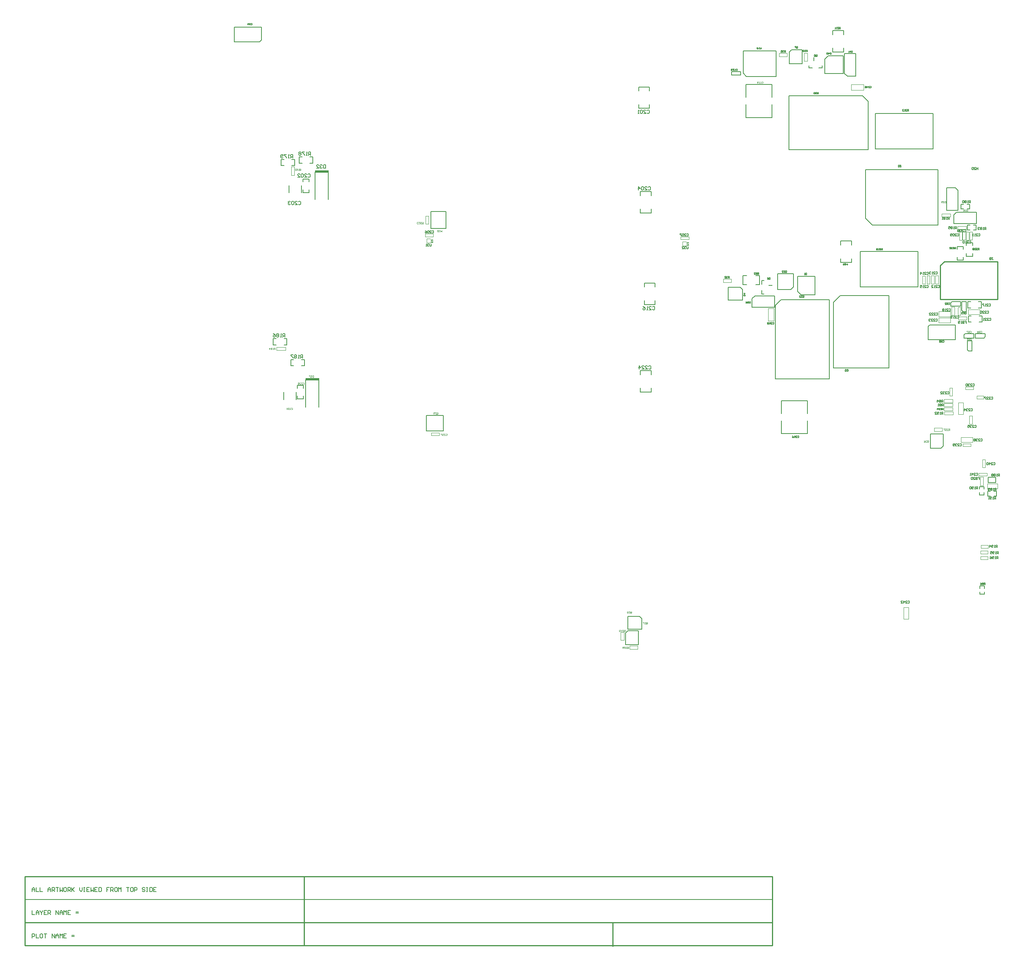
<source format=gbo>
G04*
G04 #@! TF.GenerationSoftware,Altium Limited,Altium Designer,24.3.1 (35)*
G04*
G04 Layer_Color=32896*
%FSAX25Y25*%
%MOIN*%
G70*
G04*
G04 #@! TF.SameCoordinates,8ECB5597-4BEE-4FB2-8F1C-C82D3C8D71A6*
G04*
G04*
G04 #@! TF.FilePolarity,Positive*
G04*
G01*
G75*
%ADD10C,0.00787*%
%ADD12C,0.00700*%
%ADD13C,0.01000*%
%ADD15C,0.00300*%
%ADD16C,0.00800*%
%ADD17C,0.00500*%
%ADD18C,0.00600*%
%ADD19C,0.00200*%
%ADD25C,0.00400*%
%ADD31R,0.00787X0.03248*%
%ADD32R,0.03248X0.00787*%
%ADD317R,0.12400X0.02000*%
G54D10*
X0691109Y0616280D02*
Y0619429D01*
Y0616280D02*
X0693077D01*
X0691109Y0624941D02*
Y0628090D01*
X0693077D01*
X0284401Y0705656D02*
Y0712234D01*
X0273377Y0705656D02*
Y0712234D01*
X0268724Y0522809D02*
Y0529388D01*
X0279747Y0522809D02*
Y0529388D01*
X0732483Y0816289D02*
Y0818258D01*
Y0816289D02*
X0735633D01*
X0744295D02*
Y0818258D01*
X0741145Y0816289D02*
X0744295D01*
G54D12*
X0299739Y0516271D02*
Y0540371D01*
X0288039Y0516271D02*
Y0540371D01*
X0676819Y0790038D02*
Y0801385D01*
X0699960Y0790038D02*
Y0801385D01*
X0676819D02*
X0699960D01*
X0676819Y0772305D02*
X0699959D01*
X0676819D02*
Y0783652D01*
X0699959Y0772305D02*
Y0783652D01*
X0760725Y0644096D02*
X0760725Y0647639D01*
X0760725Y0644096D02*
X0770253D01*
X0770253Y0647639D02*
X0770253Y0644096D01*
X0770253Y0659450D02*
X0770253Y0662994D01*
X0760725D02*
X0770253D01*
X0760725D02*
X0760725Y0659450D01*
X0685589Y0632545D02*
X0688989D01*
Y0628545D02*
Y0632545D01*
Y0624545D02*
Y0628545D01*
X0685589Y0624545D02*
X0688989D01*
X0674189D02*
X0677589D01*
X0674189D02*
Y0628545D01*
Y0632545D01*
X0677589D01*
X0873491Y0591418D02*
X0876089D01*
X0873491D02*
Y0596865D01*
X0876089D01*
X0882889D02*
X0885487D01*
Y0591418D02*
Y0596865D01*
X0882889Y0591418D02*
X0885487D01*
X0593253Y0703150D02*
X0593253Y0706694D01*
X0583725D02*
X0593253D01*
X0583725D02*
X0583725Y0703150D01*
X0583725Y0687796D02*
X0583725Y0691339D01*
X0583725Y0687796D02*
X0593253D01*
X0593253Y0691339D02*
X0593253Y0687796D01*
X0591653Y0795750D02*
X0591653Y0799294D01*
X0582125D02*
X0591653D01*
X0582125D02*
X0582125Y0795750D01*
X0582125Y0780396D02*
X0582125Y0783939D01*
X0582125Y0780396D02*
X0591653D01*
X0591653Y0783939D02*
X0591653Y0780396D01*
X0285662Y0705947D02*
Y0708545D01*
Y0705947D02*
X0291109D01*
Y0708545D01*
Y0715345D02*
Y0717943D01*
X0285662D02*
X0291109D01*
X0285662Y0715345D02*
Y0717943D01*
X0280662Y0523447D02*
Y0526045D01*
Y0523447D02*
X0286109D01*
Y0526045D01*
Y0532845D02*
Y0535443D01*
X0280662D02*
X0286109D01*
X0280662Y0532845D02*
Y0535443D01*
X0275689Y0729818D02*
X0278287D01*
Y0735265D01*
X0275689D02*
X0278287D01*
X0266291D02*
X0268889D01*
X0266291Y0729818D02*
Y0735265D01*
Y0729818D02*
X0268889D01*
X0282303Y0737401D02*
X0284902D01*
X0282303Y0731954D02*
Y0737401D01*
Y0731954D02*
X0284902D01*
X0291702D02*
X0294300D01*
Y0737401D01*
X0291702D02*
X0294300D01*
X0872589Y0676995D02*
X0874889D01*
X0872589Y0672895D02*
Y0676995D01*
Y0672895D02*
X0874889D01*
X0877889Y0676995D02*
X0880189D01*
Y0672895D02*
Y0676995D01*
X0877889Y0672895D02*
X0880189D01*
X0296339Y0699954D02*
Y0724054D01*
X0308039Y0699954D02*
Y0724054D01*
X0274803Y0558243D02*
X0277402D01*
X0274803Y0552797D02*
Y0558243D01*
Y0552797D02*
X0277402D01*
X0284202D02*
X0286800D01*
Y0558243D01*
X0284202D02*
X0286800D01*
X0259391Y0571218D02*
X0261989D01*
X0259391D02*
Y0576665D01*
X0261989D01*
X0268789D02*
X0271387D01*
Y0571218D02*
Y0576665D01*
X0268789Y0571218D02*
X0271387D01*
X0596676Y0622317D02*
X0596676Y0625861D01*
X0587148D02*
X0596676D01*
X0587148D02*
X0587148Y0622317D01*
X0587148Y0606963D02*
X0587148Y0610506D01*
X0587148Y0606963D02*
X0596676D01*
X0596676Y0610506D02*
X0596676Y0606963D01*
X0867070Y0695534D02*
X0869370D01*
X0867070Y0691434D02*
Y0695534D01*
Y0691434D02*
X0869370D01*
X0872370Y0695534D02*
X0874670D01*
Y0691434D02*
Y0695534D01*
X0872370Y0691434D02*
X0874670D01*
X0895889Y0437595D02*
X0898189D01*
Y0441695D01*
X0895889D02*
X0898189D01*
X0890589Y0437595D02*
X0892889D01*
X0890589D02*
Y0441695D01*
X0892889D01*
X0593253Y0533139D02*
X0593253Y0529596D01*
X0583725D02*
X0593253D01*
X0583725D02*
X0583725Y0533139D01*
X0583725Y0548494D02*
X0583725Y0544950D01*
X0583725Y0548494D02*
X0593253D01*
X0593253Y0544950D02*
X0593253Y0548494D01*
X0708218Y0510538D02*
Y0521885D01*
X0731359Y0510538D02*
Y0521885D01*
X0708218D02*
X0731359D01*
X0708218Y0492805D02*
X0731359D01*
X0708218D02*
Y0504152D01*
X0731359Y0492805D02*
Y0504152D01*
X0753725Y0849094D02*
X0753725Y0845550D01*
X0753725Y0849094D02*
X0763253D01*
X0763253Y0845550D02*
X0763253Y0849094D01*
X0763253Y0833739D02*
X0763253Y0830196D01*
X0753725D02*
X0763253D01*
X0753725D02*
X0753725Y0833739D01*
X0871762Y0649597D02*
Y0652195D01*
Y0649597D02*
X0877209D01*
Y0652195D01*
Y0658995D02*
Y0661593D01*
X0871762D02*
X0877209D01*
X0871762Y0658995D02*
Y0661593D01*
X0863462Y0655645D02*
Y0658243D01*
X0868909D01*
Y0655645D02*
Y0658243D01*
Y0646247D02*
Y0648845D01*
X0863462Y0646247D02*
X0868909D01*
X0863462D02*
Y0648845D01*
X0887339Y0443645D02*
Y0445945D01*
X0883239D02*
X0887339D01*
X0883239Y0443645D02*
Y0445945D01*
X0887339Y0438345D02*
Y0440645D01*
X0883239Y0438345D02*
X0887339D01*
X0883239D02*
Y0440645D01*
X0883539Y0350645D02*
Y0352945D01*
Y0350645D02*
X0887639D01*
Y0352945D01*
X0883539Y0355945D02*
Y0358245D01*
X0887639D01*
Y0355945D02*
Y0358245D01*
X0872991Y0603918D02*
X0875589D01*
X0872991D02*
Y0609365D01*
X0875589D01*
X0882389D02*
X0884987D01*
Y0603918D02*
Y0609365D01*
X0882389Y0603918D02*
X0884987D01*
G54D13*
X0848784Y0615913D02*
Y0641413D01*
X0852284Y0644913D01*
X0899284D01*
Y0611413D02*
Y0644913D01*
X0848784Y0611413D02*
X0899284D01*
X0848784D02*
Y0615913D01*
X0559400Y0039400D02*
Y0059683D01*
X0440500Y0040050D02*
X0700200D01*
Y0101050D01*
X0286500Y0040050D02*
Y0101050D01*
X0040000Y0040050D02*
Y0101050D01*
X0040050Y0040050D02*
X0197600D01*
X0040050D02*
Y0101050D01*
Y0101050D02*
X0700200D01*
X0040000Y0040050D02*
X0440500D01*
X0040000Y0060383D02*
X0700000D01*
G54D15*
X0899289Y0444307D02*
Y0448566D01*
X0890289Y0444307D02*
X0899289D01*
X0890289D02*
Y0448566D01*
X0899289D01*
X0696689Y0592445D02*
Y0603445D01*
Y0592445D02*
X0701689D01*
Y0603445D01*
X0696689D02*
X0701689D01*
X0713189Y0826245D02*
Y0829245D01*
X0706189Y0826245D02*
X0713189D01*
X0706189D02*
Y0829245D01*
X0713189D01*
X0398552Y0661436D02*
Y0664493D01*
X0394837Y0661436D02*
X0398552D01*
X0394837D02*
Y0665130D01*
X0397889D01*
X0398539Y0664480D01*
X0398552Y0664493D01*
X0864630Y0520197D02*
X0869048D01*
Y0509790D02*
Y0520197D01*
X0864630Y0509790D02*
X0869048D01*
X0864630D02*
Y0520197D01*
X0863842Y0676239D02*
X0871545D01*
X0863842Y0673495D02*
Y0676239D01*
Y0673495D02*
X0871545D01*
Y0676239D01*
X0816330Y0328793D02*
X0820748D01*
X0816330D02*
Y0339199D01*
X0820748D01*
Y0328793D02*
Y0339199D01*
X0851942Y0519639D02*
X0859645D01*
X0851942Y0516895D02*
Y0519639D01*
Y0516895D02*
X0859645D01*
Y0519639D01*
X0851942Y0523039D02*
X0859645D01*
X0851942Y0520295D02*
Y0523039D01*
Y0520295D02*
X0859645D01*
Y0523039D01*
X0852142Y0512239D02*
X0859845D01*
X0852142Y0509495D02*
Y0512239D01*
Y0509495D02*
X0859845D01*
Y0512239D01*
X0873237Y0598186D02*
Y0602604D01*
X0883644D01*
Y0598186D02*
Y0602604D01*
X0873237Y0598186D02*
X0883644D01*
X0857745Y0684495D02*
Y0687239D01*
X0850042Y0684495D02*
X0857745D01*
X0850042D02*
Y0687239D01*
X0857745D01*
X0877341Y0484986D02*
Y0489404D01*
X0866934Y0484986D02*
X0877341D01*
X0866934D02*
Y0489404D01*
X0877341D01*
X0624640Y0658924D02*
Y0661981D01*
X0620924Y0658924D02*
X0624640D01*
X0620924D02*
Y0662617D01*
X0623977D01*
X0624627Y0661968D01*
X0624640Y0661981D01*
X0857541Y0596286D02*
Y0600704D01*
X0847134Y0596286D02*
X0857541D01*
X0847134D02*
Y0600704D01*
X0857541D01*
X0857641Y0590686D02*
Y0595104D01*
X0847234Y0590686D02*
X0857641D01*
X0847234D02*
Y0595104D01*
X0857641D01*
X0843289Y0494745D02*
Y0497745D01*
X0850289D01*
Y0494745D02*
Y0497745D01*
X0843289Y0494745D02*
X0850289D01*
X0574289Y0305145D02*
X0581289D01*
X0574289Y0302145D02*
Y0305145D01*
Y0302145D02*
X0581289D01*
Y0305145D01*
X0566389Y0310145D02*
Y0317145D01*
Y0310145D02*
X0569389D01*
Y0317145D01*
X0566389D02*
X0569389D01*
X0275139Y0720989D02*
X0277883D01*
X0275139D02*
Y0728692D01*
X0277883D01*
Y0720989D02*
Y0728692D01*
X0262433Y0566351D02*
Y0569095D01*
X0270136D01*
Y0566351D02*
Y0569095D01*
X0262433Y0566351D02*
X0270136D01*
X0769989Y0796545D02*
Y0801545D01*
X0780989D01*
Y0796545D02*
Y0801545D01*
X0769989Y0796545D02*
X0780989D01*
X0859745Y0513195D02*
Y0515939D01*
X0852042Y0513195D02*
X0859745D01*
X0852042D02*
Y0515939D01*
X0859745D01*
X0663989Y0626345D02*
Y0629345D01*
X0656989Y0626345D02*
X0663989D01*
X0656989D02*
Y0629345D01*
X0663989D01*
X0728189Y0829245D02*
X0731189D01*
Y0822245D02*
Y0829245D01*
X0728189Y0822245D02*
X0731189D01*
X0728189D02*
Y0829245D01*
X0400335Y0663570D02*
Y0664236D01*
X0400002Y0664570D01*
X0399669Y0664236D01*
Y0663570D01*
Y0664070D01*
X0400335D01*
X0399336Y0663570D02*
X0399002D01*
X0399169D01*
Y0664570D01*
X0399336Y0664403D01*
X0400346Y0662765D02*
Y0661766D01*
X0399846D01*
X0399679Y0661932D01*
Y0662099D01*
X0399846Y0662265D01*
X0400346D01*
X0399846D01*
X0399679Y0662432D01*
Y0662599D01*
X0399846Y0662765D01*
X0400346D01*
X0399346Y0661766D02*
X0399013D01*
X0399179D01*
Y0662765D01*
X0399346Y0662599D01*
X0626423Y0661057D02*
Y0661724D01*
X0626089Y0662057D01*
X0625756Y0661724D01*
Y0661057D01*
Y0661557D01*
X0626423D01*
X0625423Y0661057D02*
X0625090D01*
X0625256D01*
Y0662057D01*
X0625423Y0661890D01*
X0626433Y0660253D02*
Y0659253D01*
X0625933D01*
X0625767Y0659420D01*
Y0659586D01*
X0625933Y0659753D01*
X0626433D01*
X0625933D01*
X0625767Y0659920D01*
Y0660086D01*
X0625933Y0660253D01*
X0626433D01*
X0625433Y0659253D02*
X0625100D01*
X0625267D01*
Y0660253D01*
X0625433Y0660086D01*
G54D16*
X0735589Y0615445D02*
X0738089D01*
Y0631945D01*
X0722589D02*
X0738089D01*
X0722589Y0618445D02*
Y0631945D01*
Y0618445D02*
X0725589Y0615445D01*
X0735589D01*
X0682289Y0606045D02*
Y0612045D01*
X0684789Y0614545D01*
X0702289D01*
Y0604545D02*
Y0614545D01*
X0682289Y0604545D02*
X0702289D01*
X0682289D02*
Y0606045D01*
X0777789Y0622445D02*
Y0653945D01*
X0828789D01*
Y0622445D02*
Y0653945D01*
X0777789Y0622445D02*
X0828789D01*
X0714889Y0791445D02*
X0779889D01*
X0784889Y0786445D01*
Y0743945D02*
Y0786445D01*
X0714889Y0743945D02*
X0784889D01*
X0714889D02*
Y0791445D01*
X0412029Y0674169D02*
Y0689169D01*
X0398529D02*
X0412029D01*
X0398529Y0674169D02*
Y0689169D01*
Y0674169D02*
X0412029D01*
X0394589Y0508745D02*
X0409589D01*
X0394589Y0495245D02*
Y0508745D01*
Y0495245D02*
X0409589D01*
Y0508745D01*
X0851289Y0481845D02*
Y0489845D01*
X0849289Y0479845D02*
X0851289Y0481845D01*
X0839789Y0479845D02*
X0849289D01*
X0839789D02*
Y0492345D01*
X0851289D01*
Y0489845D02*
Y0492345D01*
X0570489Y0306045D02*
Y0308545D01*
Y0306045D02*
X0581989D01*
Y0318545D01*
X0572489D02*
X0581989D01*
X0570489Y0316545D02*
X0572489Y0318545D01*
X0570489Y0308545D02*
Y0316545D01*
X0572589Y0331245D02*
X0575089D01*
X0572589Y0319745D02*
Y0331245D01*
Y0319745D02*
X0585089D01*
Y0329245D01*
X0583089Y0331245D02*
X0585089Y0329245D01*
X0575089Y0331245D02*
X0583089D01*
X0860470Y0680084D02*
Y0686084D01*
X0862970Y0688584D01*
X0880470D01*
Y0678584D02*
Y0688584D01*
X0860470Y0678584D02*
X0880470D01*
X0860470D02*
Y0680084D01*
X0854370Y0710284D02*
X0855870D01*
X0854370Y0690284D02*
Y0710284D01*
Y0690284D02*
X0864370D01*
Y0707784D01*
X0861870Y0710284D02*
X0864370Y0707784D01*
X0855870Y0710284D02*
X0861870D01*
X0746589Y0811245D02*
Y0813745D01*
Y0811245D02*
X0763089D01*
Y0826745D01*
X0749589D02*
X0763089D01*
X0746589Y0823745D02*
X0749589Y0826745D01*
X0746589Y0813745D02*
Y0823745D01*
X0772589Y0808645D02*
X0774089D01*
Y0828645D01*
X0764089D02*
X0774089D01*
X0764089Y0811145D02*
Y0828645D01*
Y0811145D02*
X0766589Y0808645D01*
X0772589D01*
X0703089Y0541045D02*
X0750589D01*
Y0611045D01*
X0708089D02*
X0750589D01*
X0703089Y0606045D02*
X0708089Y0611045D01*
X0703089Y0541045D02*
Y0606045D01*
X0791389Y0744445D02*
X0842389D01*
Y0775945D01*
X0791389D02*
X0842389D01*
X0791389Y0744445D02*
Y0775945D01*
X0663946Y0622189D02*
X0671946D01*
X0673946Y0620189D01*
Y0610689D02*
Y0620189D01*
X0661446Y0610689D02*
X0673946D01*
X0661446D02*
Y0622189D01*
X0663946D01*
X0715145Y0822302D02*
Y0830302D01*
X0717145Y0832302D01*
X0726645D01*
Y0819802D02*
Y0832302D01*
X0715145Y0819802D02*
X0726645D01*
X0715145D02*
Y0822302D01*
X0040000Y0080717D02*
X0700200D01*
G54D17*
X0869489Y0577145D02*
X0878406D01*
Y0581145D01*
X0870607D02*
X0878406D01*
X0869489Y0580026D02*
X0870607Y0581145D01*
X0869489Y0577145D02*
Y0580026D01*
X0718889Y0622423D02*
Y0634113D01*
X0716540Y0620074D02*
X0718889Y0622423D01*
X0704813Y0620074D02*
X0716540D01*
X0704813D02*
Y0634113D01*
X0718889D01*
X0674464Y0811313D02*
Y0830996D01*
X0703464D01*
Y0808583D02*
Y0830845D01*
X0677194Y0808583D02*
X0703464D01*
X0674464Y0811313D02*
X0677194Y0808583D01*
X0837889Y0575845D02*
Y0587345D01*
X0839389Y0588845D01*
X0861889D01*
Y0575845D02*
Y0588845D01*
X0837889Y0575845D02*
X0861889D01*
X0754189Y0550945D02*
X0803189D01*
Y0614945D01*
X0760189D02*
X0803189D01*
X0754123Y0608879D02*
X0760189Y0614945D01*
X0754123Y0550945D02*
Y0608879D01*
X0672389Y0809845D02*
Y0812845D01*
X0664389Y0809845D02*
X0672389D01*
X0664389D02*
Y0812845D01*
X0670389D01*
X0672389D01*
X0857789Y0605545D02*
Y0608427D01*
X0858908Y0609545D01*
X0866706D01*
Y0605545D02*
Y0609545D01*
X0857789Y0605545D02*
X0866706D01*
X0868807Y0600595D02*
X0871689D01*
X0867689Y0601713D02*
X0868807Y0600595D01*
X0867689Y0601713D02*
Y0609512D01*
X0871689D01*
Y0600595D02*
Y0609512D01*
X0248889Y0840745D02*
Y0852245D01*
X0247389Y0839245D02*
X0248889Y0840745D01*
X0224889Y0839245D02*
X0247389D01*
X0224889D02*
Y0852245D01*
X0248889D01*
X0846489Y0677145D02*
Y0726145D01*
X0782489D02*
X0846489D01*
X0782489Y0683145D02*
Y0726145D01*
Y0683145D02*
X0788554Y0677079D01*
X0846489D01*
X0876589Y0565795D02*
Y0574712D01*
X0872589D02*
X0876589D01*
X0872589Y0566913D02*
Y0574712D01*
Y0566913D02*
X0873707Y0565795D01*
X0876589D01*
X0879522Y0581245D02*
X0888439D01*
X0879522Y0577245D02*
Y0581245D01*
Y0577245D02*
X0887321D01*
X0888439Y0578363D01*
Y0581245D01*
X0680888Y0609495D02*
Y0607995D01*
X0680139D01*
X0679889Y0608245D01*
Y0609245D01*
X0680139Y0609495D01*
X0680888D01*
X0678389Y0607995D02*
X0679389D01*
X0678389Y0608995D01*
Y0609245D01*
X0678639Y0609495D01*
X0679139D01*
X0679389Y0609245D01*
X0676890Y0609495D02*
X0677389Y0609245D01*
X0677889Y0608745D01*
Y0608245D01*
X0677639Y0607995D01*
X0677140D01*
X0676890Y0608245D01*
Y0608495D01*
X0677140Y0608745D01*
X0677889D01*
X0713055Y0636685D02*
Y0635185D01*
X0712305D01*
X0712056Y0635435D01*
Y0636435D01*
X0712305Y0636685D01*
X0713055D01*
X0710556Y0635185D02*
X0711556D01*
X0710556Y0636185D01*
Y0636435D01*
X0710806Y0636685D01*
X0711306D01*
X0711556Y0636435D01*
X0709057Y0635185D02*
X0710056D01*
X0709057Y0636185D01*
Y0636435D01*
X0709306Y0636685D01*
X0709806D01*
X0710056Y0636435D01*
X0668214Y0814945D02*
X0668463Y0815195D01*
X0668963D01*
X0669213Y0814945D01*
Y0813945D01*
X0668963Y0813695D01*
X0668463D01*
X0668214Y0813945D01*
X0667714Y0813695D02*
X0667214D01*
X0667464D01*
Y0815195D01*
X0667714Y0814945D01*
X0665464Y0813695D02*
X0666464D01*
X0665464Y0814695D01*
Y0814945D01*
X0665714Y0815195D01*
X0666214D01*
X0666464Y0814945D01*
X0664964Y0813945D02*
X0664715Y0813695D01*
X0664215D01*
X0663965Y0813945D01*
Y0814945D01*
X0664215Y0815195D01*
X0664715D01*
X0664964Y0814945D01*
Y0814695D01*
X0664715Y0814445D01*
X0663965D01*
X0690463Y0834295D02*
Y0833045D01*
X0690213Y0832795D01*
X0689714D01*
X0689464Y0833045D01*
Y0834295D01*
X0688964Y0832795D02*
X0688464D01*
X0688714D01*
Y0834295D01*
X0688964Y0834045D01*
X0686715Y0834295D02*
X0687214Y0834045D01*
X0687714Y0833545D01*
Y0833045D01*
X0687464Y0832795D01*
X0686965D01*
X0686715Y0833045D01*
Y0833295D01*
X0686965Y0833545D01*
X0687714D01*
X0688388Y0633495D02*
Y0634995D01*
X0687639D01*
X0687389Y0634745D01*
Y0634245D01*
X0687639Y0633995D01*
X0688388D01*
X0687888D02*
X0687389Y0633495D01*
X0686889Y0634745D02*
X0686639Y0634995D01*
X0686139D01*
X0685889Y0634745D01*
Y0634495D01*
X0686139Y0634245D01*
X0685889Y0633995D01*
Y0633745D01*
X0686139Y0633495D01*
X0686639D01*
X0686889Y0633745D01*
Y0633995D01*
X0686639Y0634245D01*
X0686889Y0634495D01*
Y0634745D01*
X0686639Y0634245D02*
X0686139D01*
X0684390Y0633495D02*
X0685389D01*
X0684390Y0634495D01*
Y0634745D01*
X0684640Y0634995D01*
X0685139D01*
X0685389Y0634745D01*
X0711788Y0829895D02*
Y0831395D01*
X0711039D01*
X0710789Y0831145D01*
Y0830645D01*
X0711039Y0830395D01*
X0711788D01*
X0711288D02*
X0710789Y0829895D01*
X0710289Y0831145D02*
X0710039Y0831395D01*
X0709539D01*
X0709289Y0831145D01*
Y0830895D01*
X0709539Y0830645D01*
X0709789D01*
X0709539D01*
X0709289Y0830395D01*
Y0830145D01*
X0709539Y0829895D01*
X0710039D01*
X0710289Y0830145D01*
X0707790Y0831395D02*
X0708789D01*
Y0830645D01*
X0708289Y0830895D01*
X0708040D01*
X0707790Y0830645D01*
Y0830145D01*
X0708040Y0829895D01*
X0708539D01*
X0708789Y0830145D01*
X0762790Y0643295D02*
Y0641795D01*
X0763539D01*
X0763789Y0642045D01*
Y0642545D01*
X0763539Y0642795D01*
X0762790D01*
X0763289D02*
X0763789Y0643295D01*
X0764289Y0642045D02*
X0764539Y0641795D01*
X0765039D01*
X0765289Y0642045D01*
Y0642295D01*
X0765039Y0642545D01*
X0764789D01*
X0765039D01*
X0765289Y0642795D01*
Y0643045D01*
X0765039Y0643295D01*
X0764539D01*
X0764289Y0643045D01*
X0766538Y0643295D02*
Y0641795D01*
X0765789Y0642545D01*
X0766788D01*
X0731388Y0830395D02*
Y0831895D01*
X0730639D01*
X0730389Y0831645D01*
Y0831145D01*
X0730639Y0830895D01*
X0731388D01*
X0730889D02*
X0730389Y0830395D01*
X0729889Y0831645D02*
X0729639Y0831895D01*
X0729139D01*
X0728889Y0831645D01*
Y0831395D01*
X0729139Y0831145D01*
X0729389D01*
X0729139D01*
X0728889Y0830895D01*
Y0830645D01*
X0729139Y0830395D01*
X0729639D01*
X0729889Y0830645D01*
X0728389Y0831645D02*
X0728139Y0831895D01*
X0727639D01*
X0727390Y0831645D01*
Y0831395D01*
X0727639Y0831145D01*
X0727889D01*
X0727639D01*
X0727390Y0830895D01*
Y0830645D01*
X0727639Y0830395D01*
X0728139D01*
X0728389Y0830645D01*
X0721739Y0833745D02*
Y0834745D01*
X0721989Y0834995D01*
X0722489D01*
X0722739Y0834745D01*
Y0833745D01*
X0722489Y0833495D01*
X0721989D01*
X0722239Y0833995D02*
X0721739Y0833495D01*
X0721989D02*
X0721739Y0833745D01*
X0721239Y0834995D02*
X0720239D01*
Y0834745D01*
X0721239Y0833745D01*
Y0833495D01*
X0697439Y0629445D02*
Y0630445D01*
X0697689Y0630695D01*
X0698189D01*
X0698439Y0630445D01*
Y0629445D01*
X0698189Y0629195D01*
X0697689D01*
X0697939Y0629695D02*
X0697439Y0629195D01*
X0697689D02*
X0697439Y0629445D01*
X0695939Y0630695D02*
X0696439Y0630445D01*
X0696939Y0629945D01*
Y0629445D01*
X0696689Y0629195D01*
X0696189D01*
X0695939Y0629445D01*
Y0629695D01*
X0696189Y0629945D01*
X0696939D01*
X0738939Y0826445D02*
Y0827445D01*
X0739189Y0827695D01*
X0739689D01*
X0739939Y0827445D01*
Y0826445D01*
X0739689Y0826195D01*
X0739189D01*
X0739439Y0826695D02*
X0738939Y0826195D01*
X0739189D02*
X0738939Y0826445D01*
X0737439Y0827695D02*
X0738439D01*
Y0826945D01*
X0737939Y0827195D01*
X0737689D01*
X0737439Y0826945D01*
Y0826445D01*
X0737689Y0826195D01*
X0738189D01*
X0738439Y0826445D01*
X0730689Y0634795D02*
Y0633295D01*
X0729939D01*
X0729689Y0633545D01*
Y0634545D01*
X0729939Y0634795D01*
X0730689D01*
X0729189Y0633295D02*
X0728689D01*
X0728939D01*
Y0634795D01*
X0729189Y0634545D01*
X0662188Y0630195D02*
Y0631695D01*
X0661439D01*
X0661189Y0631445D01*
Y0630945D01*
X0661439Y0630695D01*
X0662188D01*
X0661689D02*
X0661189Y0630195D01*
X0660689Y0631445D02*
X0660439Y0631695D01*
X0659939D01*
X0659689Y0631445D01*
Y0631195D01*
X0659939Y0630945D01*
X0660189D01*
X0659939D01*
X0659689Y0630695D01*
Y0630445D01*
X0659939Y0630195D01*
X0660439D01*
X0660689Y0630445D01*
X0658190Y0630195D02*
X0659189D01*
X0658190Y0631195D01*
Y0631445D01*
X0658439Y0631695D01*
X0658939D01*
X0659189Y0631445D01*
X0675189Y0615595D02*
X0676189D01*
X0676439Y0615345D01*
Y0614845D01*
X0676189Y0614595D01*
X0675189D01*
X0674939Y0614845D01*
Y0615345D01*
X0675439Y0615095D02*
X0674939Y0615595D01*
Y0615345D02*
X0675189Y0615595D01*
X0674939Y0616845D02*
X0676439D01*
X0675689Y0616095D01*
Y0617095D01*
X0739989Y0793245D02*
Y0794245D01*
X0740239Y0794495D01*
X0740738D01*
X0740988Y0794245D01*
Y0793245D01*
X0740738Y0792995D01*
X0740239D01*
X0740488Y0793495D02*
X0739989Y0792995D01*
X0740239D02*
X0739989Y0793245D01*
X0739489Y0794245D02*
X0739239Y0794495D01*
X0738739D01*
X0738489Y0794245D01*
Y0793995D01*
X0738739Y0793745D01*
X0738989D01*
X0738739D01*
X0738489Y0793495D01*
Y0793245D01*
X0738739Y0792995D01*
X0739239D01*
X0739489Y0793245D01*
X0737989Y0794245D02*
X0737739Y0794495D01*
X0737240D01*
X0736990Y0794245D01*
Y0793245D01*
X0737240Y0792995D01*
X0737739D01*
X0737989Y0793245D01*
Y0794245D01*
X0888188Y0359295D02*
Y0360795D01*
X0887439D01*
X0887189Y0360545D01*
Y0360045D01*
X0887439Y0359795D01*
X0888188D01*
X0887689D02*
X0887189Y0359295D01*
X0886689Y0360545D02*
X0886439Y0360795D01*
X0885939D01*
X0885689Y0360545D01*
Y0360295D01*
X0885939Y0360045D01*
X0885689Y0359795D01*
Y0359545D01*
X0885939Y0359295D01*
X0886439D01*
X0886689Y0359545D01*
Y0359795D01*
X0886439Y0360045D01*
X0886689Y0360295D01*
Y0360545D01*
X0886439Y0360045D02*
X0885939D01*
X0884190Y0360795D02*
X0884690Y0360545D01*
X0885189Y0360045D01*
Y0359545D01*
X0884939Y0359295D01*
X0884439D01*
X0884190Y0359545D01*
Y0359795D01*
X0884439Y0360045D01*
X0885189D01*
X0851338Y0513695D02*
Y0515195D01*
X0850588D01*
X0850338Y0514945D01*
Y0514445D01*
X0850588Y0514195D01*
X0851338D01*
X0850838D02*
X0850338Y0513695D01*
X0848839D02*
X0849839D01*
X0848839Y0514695D01*
Y0514945D01*
X0849089Y0515195D01*
X0849589D01*
X0849839Y0514945D01*
X0847339Y0513695D02*
X0848339D01*
X0847339Y0514695D01*
Y0514945D01*
X0847589Y0515195D01*
X0848089D01*
X0848339Y0514945D01*
X0846090Y0513695D02*
Y0515195D01*
X0846840Y0514445D01*
X0845840D01*
X0862338Y0655995D02*
Y0657495D01*
X0861588D01*
X0861338Y0657245D01*
Y0656745D01*
X0861588Y0656495D01*
X0862338D01*
X0861838D02*
X0861338Y0655995D01*
X0859839D02*
X0860839D01*
X0859839Y0656995D01*
Y0657245D01*
X0860089Y0657495D01*
X0860589D01*
X0860839Y0657245D01*
X0858339Y0655995D02*
X0859339D01*
X0858339Y0656995D01*
Y0657245D01*
X0858589Y0657495D01*
X0859089D01*
X0859339Y0657245D01*
X0856840Y0655995D02*
X0857839D01*
X0856840Y0656995D01*
Y0657245D01*
X0857090Y0657495D01*
X0857590D01*
X0857839Y0657245D01*
X0882938Y0655146D02*
Y0656645D01*
X0882188D01*
X0881938Y0656395D01*
Y0655895D01*
X0882188Y0655645D01*
X0882938D01*
X0882438D02*
X0881938Y0655146D01*
X0880439D02*
X0881439D01*
X0880439Y0656145D01*
Y0656395D01*
X0880689Y0656645D01*
X0881189D01*
X0881439Y0656395D01*
X0879939D02*
X0879689Y0656645D01*
X0879189D01*
X0878939Y0656395D01*
Y0655395D01*
X0879189Y0655146D01*
X0879689D01*
X0879939Y0655395D01*
Y0656395D01*
X0878440D02*
X0878190Y0656645D01*
X0877690D01*
X0877440Y0656395D01*
Y0656145D01*
X0877690Y0655895D01*
X0877440Y0655645D01*
Y0655395D01*
X0877690Y0655146D01*
X0878190D01*
X0878440Y0655395D01*
Y0655645D01*
X0878190Y0655895D01*
X0878440Y0656145D01*
Y0656395D01*
X0878190Y0655895D02*
X0877690D01*
X0797613Y0654995D02*
Y0656495D01*
X0796863D01*
X0796614Y0656245D01*
Y0655745D01*
X0796863Y0655495D01*
X0797613D01*
X0797113D02*
X0796614Y0654995D01*
X0795114D02*
X0796114D01*
X0795114Y0655995D01*
Y0656245D01*
X0795364Y0656495D01*
X0795864D01*
X0796114Y0656245D01*
X0794614Y0654995D02*
X0794114D01*
X0794364D01*
Y0656495D01*
X0794614Y0656245D01*
X0793364D02*
X0793115Y0656495D01*
X0792615D01*
X0792365Y0656245D01*
Y0655995D01*
X0792615Y0655745D01*
X0792365Y0655495D01*
Y0655245D01*
X0792615Y0654995D01*
X0793115D01*
X0793364Y0655245D01*
Y0655495D01*
X0793115Y0655745D01*
X0793364Y0655995D01*
Y0656245D01*
X0793115Y0655745D02*
X0792615D01*
X0820513Y0777895D02*
Y0779395D01*
X0819763D01*
X0819514Y0779145D01*
Y0778645D01*
X0819763Y0778395D01*
X0820513D01*
X0820013D02*
X0819514Y0777895D01*
X0818014D02*
X0819014D01*
X0818014Y0778895D01*
Y0779145D01*
X0818264Y0779395D01*
X0818764D01*
X0819014Y0779145D01*
X0817514Y0777895D02*
X0817014D01*
X0817264D01*
Y0779395D01*
X0817514Y0779145D01*
X0815265Y0777895D02*
X0816265D01*
X0815265Y0778895D01*
Y0779145D01*
X0815515Y0779395D01*
X0816015D01*
X0816265Y0779145D01*
X0760363Y0850604D02*
Y0852103D01*
X0759614D01*
X0759364Y0851853D01*
Y0851353D01*
X0759614Y0851104D01*
X0760363D01*
X0759863D02*
X0759364Y0850604D01*
X0757864D02*
X0758864D01*
X0757864Y0851604D01*
Y0851853D01*
X0758114Y0852103D01*
X0758614D01*
X0758864Y0851853D01*
X0757364Y0850604D02*
X0756864D01*
X0757114D01*
Y0852103D01*
X0757364Y0851853D01*
X0756115Y0850604D02*
X0755615D01*
X0755865D01*
Y0852103D01*
X0756115Y0851853D01*
X0727289Y0613545D02*
Y0614545D01*
X0727539Y0614795D01*
X0728038D01*
X0728288Y0614545D01*
Y0613545D01*
X0728038Y0613295D01*
X0727539D01*
X0727788Y0613795D02*
X0727289Y0613295D01*
X0727539D02*
X0727289Y0613545D01*
X0726789Y0614545D02*
X0726539Y0614795D01*
X0726039D01*
X0725789Y0614545D01*
Y0614295D01*
X0726039Y0614045D01*
X0726289D01*
X0726039D01*
X0725789Y0613795D01*
Y0613545D01*
X0726039Y0613295D01*
X0726539D01*
X0726789Y0613545D01*
X0724290Y0613295D02*
X0725289D01*
X0724290Y0614295D01*
Y0614545D01*
X0724540Y0614795D01*
X0725039D01*
X0725289Y0614545D01*
X0771038Y0831195D02*
Y0829695D01*
X0770289D01*
X0770039Y0829945D01*
Y0830945D01*
X0770289Y0831195D01*
X0771038D01*
X0768789Y0829695D02*
Y0831195D01*
X0769539Y0830445D01*
X0768539D01*
X0768039Y0829695D02*
X0767540D01*
X0767790D01*
Y0831195D01*
X0768039Y0830945D01*
X0752288Y0829595D02*
Y0828095D01*
X0751539D01*
X0751289Y0828345D01*
Y0829345D01*
X0751539Y0829595D01*
X0752288D01*
X0750039Y0828095D02*
Y0829595D01*
X0750789Y0828845D01*
X0749789D01*
X0749289Y0829345D02*
X0749039Y0829595D01*
X0748539D01*
X0748290Y0829345D01*
Y0828345D01*
X0748539Y0828095D01*
X0749039D01*
X0749289Y0828345D01*
Y0829345D01*
X0700538Y0590745D02*
X0700788Y0590995D01*
X0701288D01*
X0701538Y0590745D01*
Y0589745D01*
X0701288Y0589495D01*
X0700788D01*
X0700538Y0589745D01*
X0699039Y0589495D02*
X0700039D01*
X0699039Y0590495D01*
Y0590745D01*
X0699289Y0590995D01*
X0699789D01*
X0700039Y0590745D01*
X0697789Y0589495D02*
Y0590995D01*
X0698539Y0590245D01*
X0697539D01*
X0697040Y0589745D02*
X0696790Y0589495D01*
X0696290D01*
X0696040Y0589745D01*
Y0590745D01*
X0696290Y0590995D01*
X0696790D01*
X0697040Y0590745D01*
Y0590495D01*
X0696790Y0590245D01*
X0696040D01*
X0786638Y0799645D02*
X0786888Y0799895D01*
X0787388D01*
X0787638Y0799645D01*
Y0798645D01*
X0787388Y0798395D01*
X0786888D01*
X0786638Y0798645D01*
X0785139Y0798395D02*
X0786139D01*
X0785139Y0799395D01*
Y0799645D01*
X0785389Y0799895D01*
X0785889D01*
X0786139Y0799645D01*
X0783889Y0798395D02*
Y0799895D01*
X0784639Y0799145D01*
X0783639D01*
X0783140Y0799645D02*
X0782890Y0799895D01*
X0782390D01*
X0782140Y0799645D01*
Y0799395D01*
X0782390Y0799145D01*
X0782140Y0798895D01*
Y0798645D01*
X0782390Y0798395D01*
X0782890D01*
X0783140Y0798645D01*
Y0798895D01*
X0782890Y0799145D01*
X0783140Y0799395D01*
Y0799645D01*
X0782890Y0799145D02*
X0782390D01*
X0722538Y0490445D02*
X0722788Y0490695D01*
X0723288D01*
X0723538Y0490445D01*
Y0489445D01*
X0723288Y0489195D01*
X0722788D01*
X0722538Y0489445D01*
X0721039Y0489195D02*
X0722039D01*
X0721039Y0490195D01*
Y0490445D01*
X0721289Y0490695D01*
X0721789D01*
X0722039Y0490445D01*
X0719789Y0489195D02*
Y0490695D01*
X0720539Y0489945D01*
X0719539D01*
X0718040Y0490695D02*
X0718540Y0490445D01*
X0719039Y0489945D01*
Y0489445D01*
X0718790Y0489195D01*
X0718290D01*
X0718040Y0489445D01*
Y0489695D01*
X0718290Y0489945D01*
X0719039D01*
G54D18*
X0890844Y0449581D02*
X0897734D01*
Y0454109D01*
X0890844D02*
X0897734D01*
X0890844Y0449581D02*
Y0454109D01*
X0850789Y0574845D02*
X0851039Y0575095D01*
X0851538D01*
X0851788Y0574845D01*
Y0573845D01*
X0851538Y0573595D01*
X0851039D01*
X0850789Y0573845D01*
X0850289Y0573595D02*
Y0575095D01*
X0849539D01*
X0849289Y0574845D01*
Y0574345D01*
X0849539Y0574095D01*
X0850289D01*
X0849789D02*
X0849289Y0573595D01*
X0848789Y0574845D02*
X0848539Y0575095D01*
X0848040D01*
X0847790Y0574845D01*
Y0574595D01*
X0848040Y0574345D01*
X0847790Y0574095D01*
Y0573845D01*
X0848040Y0573595D01*
X0848539D01*
X0848789Y0573845D01*
Y0574095D01*
X0848539Y0574345D01*
X0848789Y0574595D01*
Y0574845D01*
X0848539Y0574345D02*
X0848040D01*
X0764639Y0547895D02*
Y0549395D01*
X0765389D01*
X0765639Y0549145D01*
Y0548145D01*
X0765389Y0547895D01*
X0764639D01*
X0766139Y0548145D02*
X0766389Y0547895D01*
X0766889D01*
X0767139Y0548145D01*
Y0548395D01*
X0766889Y0548645D01*
X0766639D01*
X0766889D01*
X0767139Y0548895D01*
Y0549145D01*
X0766889Y0549395D01*
X0766389D01*
X0766139Y0549145D01*
X0811539Y0728595D02*
Y0730095D01*
X0812289D01*
X0812539Y0729845D01*
Y0728845D01*
X0812289Y0728595D01*
X0811539D01*
X0814039Y0730095D02*
X0813039D01*
X0814039Y0729095D01*
Y0728845D01*
X0813789Y0728595D01*
X0813289D01*
X0813039Y0728845D01*
X0239589Y0855245D02*
X0239839Y0855495D01*
X0240338D01*
X0240588Y0855245D01*
Y0854245D01*
X0240338Y0853995D01*
X0239839D01*
X0239589Y0854245D01*
X0239089Y0853995D02*
Y0855495D01*
X0238339D01*
X0238089Y0855245D01*
Y0854745D01*
X0238339Y0854495D01*
X0239089D01*
X0238589D02*
X0238089Y0853995D01*
X0236840D02*
Y0855495D01*
X0237589Y0854745D01*
X0236590D01*
X0870689Y0599812D02*
X0870939Y0600062D01*
X0871438D01*
X0871688Y0599812D01*
Y0598812D01*
X0871438Y0598562D01*
X0870939D01*
X0870689Y0598812D01*
X0870189Y0598562D02*
Y0600062D01*
X0869439D01*
X0869189Y0599812D01*
Y0599312D01*
X0869439Y0599062D01*
X0870189D01*
X0869689D02*
X0869189Y0598562D01*
X0868689Y0599812D02*
X0868439Y0600062D01*
X0867939D01*
X0867690Y0599812D01*
Y0599562D01*
X0867939Y0599312D01*
X0868190D01*
X0867939D01*
X0867690Y0599062D01*
Y0598812D01*
X0867939Y0598562D01*
X0868439D01*
X0868689Y0598812D01*
X0855939Y0608145D02*
X0856189Y0608395D01*
X0856688D01*
X0856938Y0608145D01*
Y0607145D01*
X0856688Y0606895D01*
X0856189D01*
X0855939Y0607145D01*
X0855439Y0606895D02*
Y0608395D01*
X0854689D01*
X0854439Y0608145D01*
Y0607645D01*
X0854689Y0607395D01*
X0855439D01*
X0854939D02*
X0854439Y0606895D01*
X0852940D02*
X0853939D01*
X0852940Y0607895D01*
Y0608145D01*
X0853189Y0608395D01*
X0853689D01*
X0853939Y0608145D01*
X0891788Y0594511D02*
X0892122Y0594845D01*
X0892788D01*
X0893121Y0594511D01*
Y0593178D01*
X0892788Y0592845D01*
X0892122D01*
X0891788Y0593178D01*
X0889789Y0592845D02*
X0891122D01*
X0889789Y0594178D01*
Y0594511D01*
X0890122Y0594845D01*
X0890789D01*
X0891122Y0594511D01*
X0887790Y0592845D02*
X0889122D01*
X0887790Y0594178D01*
Y0594511D01*
X0888123Y0594845D01*
X0888789D01*
X0889122Y0594511D01*
X0887123Y0592845D02*
X0886457D01*
X0886790D01*
Y0594845D01*
X0887123Y0594511D01*
X0891555Y0607011D02*
X0891888Y0607345D01*
X0892555D01*
X0892888Y0607011D01*
Y0605678D01*
X0892555Y0605345D01*
X0891888D01*
X0891555Y0605678D01*
X0889556Y0605345D02*
X0890889D01*
X0889556Y0606678D01*
Y0607011D01*
X0889889Y0607345D01*
X0890555D01*
X0890889Y0607011D01*
X0888889Y0605345D02*
X0888223D01*
X0888556D01*
Y0607345D01*
X0888889Y0607011D01*
X0887223Y0607345D02*
X0885890D01*
Y0607011D01*
X0887223Y0605678D01*
Y0605345D01*
X0881488Y0443745D02*
Y0445745D01*
X0880488D01*
X0880155Y0445411D01*
Y0444745D01*
X0880488Y0444412D01*
X0881488D01*
X0880821D02*
X0880155Y0443745D01*
X0879488D02*
X0878822D01*
X0879155D01*
Y0445745D01*
X0879488Y0445411D01*
X0877822Y0444078D02*
X0877489Y0443745D01*
X0876823D01*
X0876490Y0444078D01*
Y0445411D01*
X0876823Y0445745D01*
X0877489D01*
X0877822Y0445411D01*
Y0445078D01*
X0877489Y0444745D01*
X0876490D01*
X0875823Y0445411D02*
X0875490Y0445745D01*
X0874823D01*
X0874490Y0445411D01*
Y0444078D01*
X0874823Y0443745D01*
X0875490D01*
X0875823Y0444078D01*
Y0445411D01*
X0590990Y0552194D02*
X0591490Y0552694D01*
X0592489D01*
X0592989Y0552194D01*
Y0550195D01*
X0592489Y0549695D01*
X0591490D01*
X0590990Y0550195D01*
X0587991Y0549695D02*
X0589990D01*
X0587991Y0551695D01*
Y0552194D01*
X0588490Y0552694D01*
X0589490D01*
X0589990Y0552194D01*
X0584992Y0549695D02*
X0586991D01*
X0584992Y0551695D01*
Y0552194D01*
X0585491Y0552694D01*
X0586491D01*
X0586991Y0552194D01*
X0582492Y0549695D02*
Y0552694D01*
X0583992Y0551195D01*
X0581992D01*
X0398947Y0660445D02*
Y0658778D01*
X0398614Y0658445D01*
X0397947D01*
X0397614Y0658778D01*
Y0660445D01*
X0396947Y0660111D02*
X0396614Y0660445D01*
X0395948D01*
X0395615Y0660111D01*
Y0659778D01*
X0395948Y0659445D01*
X0396281D01*
X0395948D01*
X0395615Y0659112D01*
Y0658778D01*
X0395948Y0658445D01*
X0396614D01*
X0396947Y0658778D01*
X0394948Y0658445D02*
X0394282D01*
X0394615D01*
Y0660445D01*
X0394948Y0660111D01*
X0399521Y0671811D02*
X0399855Y0672145D01*
X0400521D01*
X0400854Y0671811D01*
Y0670478D01*
X0400521Y0670145D01*
X0399855D01*
X0399521Y0670478D01*
X0397522Y0670145D02*
X0398855D01*
X0397522Y0671478D01*
Y0671811D01*
X0397855Y0672145D01*
X0398522D01*
X0398855Y0671811D01*
X0396856D02*
X0396522Y0672145D01*
X0395856D01*
X0395523Y0671811D01*
Y0670478D01*
X0395856Y0670145D01*
X0396522D01*
X0396856Y0670478D01*
Y0671811D01*
X0393524Y0672145D02*
X0394190Y0671811D01*
X0394856Y0671145D01*
Y0670478D01*
X0394523Y0670145D01*
X0393857D01*
X0393524Y0670478D01*
Y0670812D01*
X0393857Y0671145D01*
X0394856D01*
X0899923Y0386583D02*
Y0388582D01*
X0898923D01*
X0898590Y0388249D01*
Y0387583D01*
X0898923Y0387249D01*
X0899923D01*
X0899257D02*
X0898590Y0386583D01*
X0897924D02*
X0897257D01*
X0897591D01*
Y0388582D01*
X0897924Y0388249D01*
X0896258Y0386916D02*
X0895924Y0386583D01*
X0895258D01*
X0894925Y0386916D01*
Y0388249D01*
X0895258Y0388582D01*
X0895924D01*
X0896258Y0388249D01*
Y0387916D01*
X0895924Y0387583D01*
X0894925D01*
X0892925Y0388582D02*
X0894258D01*
Y0387583D01*
X0893592Y0387916D01*
X0893259D01*
X0892925Y0387583D01*
Y0386916D01*
X0893259Y0386583D01*
X0893925D01*
X0894258Y0386916D01*
X0899545Y0382047D02*
Y0384046D01*
X0898545D01*
X0898212Y0383713D01*
Y0383047D01*
X0898545Y0382713D01*
X0899545D01*
X0898879D02*
X0898212Y0382047D01*
X0897546D02*
X0896879D01*
X0897213D01*
Y0384046D01*
X0897546Y0383713D01*
X0895880Y0382380D02*
X0895547Y0382047D01*
X0894880D01*
X0894547Y0382380D01*
Y0383713D01*
X0894880Y0384046D01*
X0895547D01*
X0895880Y0383713D01*
Y0383380D01*
X0895547Y0383047D01*
X0894547D01*
X0892548Y0384046D02*
X0893214Y0383713D01*
X0893880Y0383047D01*
Y0382380D01*
X0893547Y0382047D01*
X0892881D01*
X0892548Y0382380D01*
Y0382713D01*
X0892881Y0383047D01*
X0893880D01*
X0863702Y0596497D02*
X0864035Y0596830D01*
X0864701D01*
X0865034Y0596497D01*
Y0595164D01*
X0864701Y0594831D01*
X0864035D01*
X0863702Y0595164D01*
X0861702Y0594831D02*
X0863035D01*
X0861702Y0596163D01*
Y0596497D01*
X0862035Y0596830D01*
X0862702D01*
X0863035Y0596497D01*
X0861036Y0594831D02*
X0860369D01*
X0860703D01*
Y0596830D01*
X0861036Y0596497D01*
X0859370Y0595164D02*
X0859036Y0594831D01*
X0858370D01*
X0858037Y0595164D01*
Y0596497D01*
X0858370Y0596830D01*
X0859036D01*
X0859370Y0596497D01*
Y0596163D01*
X0859036Y0595830D01*
X0858037D01*
X0856155Y0602861D02*
X0856488Y0603195D01*
X0857155D01*
X0857488Y0602861D01*
Y0601528D01*
X0857155Y0601195D01*
X0856488D01*
X0856155Y0601528D01*
X0854156Y0601195D02*
X0855488D01*
X0854156Y0602528D01*
Y0602861D01*
X0854489Y0603195D01*
X0855155D01*
X0855488Y0602861D01*
X0853489Y0601195D02*
X0852823D01*
X0853156D01*
Y0603195D01*
X0853489Y0602861D01*
X0851823D02*
X0851490Y0603195D01*
X0850823D01*
X0850490Y0602861D01*
Y0602528D01*
X0850823Y0602195D01*
X0850490Y0601862D01*
Y0601528D01*
X0850823Y0601195D01*
X0851490D01*
X0851823Y0601528D01*
Y0601862D01*
X0851490Y0602195D01*
X0851823Y0602528D01*
Y0602861D01*
X0851490Y0602195D02*
X0850823D01*
X0844722Y0593811D02*
X0845055Y0594145D01*
X0845721D01*
X0846054Y0593811D01*
Y0592478D01*
X0845721Y0592145D01*
X0845055D01*
X0844722Y0592478D01*
X0842722Y0592145D02*
X0844055D01*
X0842722Y0593478D01*
Y0593811D01*
X0843055Y0594145D01*
X0843722D01*
X0844055Y0593811D01*
X0840723Y0592145D02*
X0842056D01*
X0840723Y0593478D01*
Y0593811D01*
X0841056Y0594145D01*
X0841722D01*
X0842056Y0593811D01*
X0840056D02*
X0839723Y0594145D01*
X0839057D01*
X0838723Y0593811D01*
Y0593478D01*
X0839057Y0593145D01*
X0839390D01*
X0839057D01*
X0838723Y0592812D01*
Y0592478D01*
X0839057Y0592145D01*
X0839723D01*
X0840056Y0592478D01*
X0844922Y0599111D02*
X0845255Y0599445D01*
X0845921D01*
X0846254Y0599111D01*
Y0597778D01*
X0845921Y0597445D01*
X0845255D01*
X0844922Y0597778D01*
X0842922Y0597445D02*
X0844255D01*
X0842922Y0598778D01*
Y0599111D01*
X0843255Y0599445D01*
X0843922D01*
X0844255Y0599111D01*
X0840923Y0597445D02*
X0842256D01*
X0840923Y0598778D01*
Y0599111D01*
X0841256Y0599445D01*
X0841922D01*
X0842256Y0599111D01*
X0838923Y0597445D02*
X0840256D01*
X0838923Y0598778D01*
Y0599111D01*
X0839257Y0599445D01*
X0839923D01*
X0840256Y0599111D01*
X0625855Y0658145D02*
Y0656478D01*
X0625522Y0656145D01*
X0624855D01*
X0624522Y0656478D01*
Y0658145D01*
X0623855Y0657811D02*
X0623522Y0658145D01*
X0622856D01*
X0622522Y0657811D01*
Y0657478D01*
X0622856Y0657145D01*
X0623189D01*
X0622856D01*
X0622522Y0656812D01*
Y0656478D01*
X0622856Y0656145D01*
X0623522D01*
X0623855Y0656478D01*
X0620523Y0656145D02*
X0621856D01*
X0620523Y0657478D01*
Y0657811D01*
X0620856Y0658145D01*
X0621523D01*
X0621856Y0657811D01*
X0897888Y0442345D02*
Y0444345D01*
X0896888D01*
X0896555Y0444011D01*
Y0443345D01*
X0896888Y0443012D01*
X0897888D01*
X0897221D02*
X0896555Y0442345D01*
X0895889D02*
X0895222D01*
X0895555D01*
Y0444345D01*
X0895889Y0444011D01*
X0894222D02*
X0893889Y0444345D01*
X0893223D01*
X0892889Y0444011D01*
Y0443678D01*
X0893223Y0443345D01*
X0892889Y0443012D01*
Y0442678D01*
X0893223Y0442345D01*
X0893889D01*
X0894222Y0442678D01*
Y0443012D01*
X0893889Y0443345D01*
X0894222Y0443678D01*
Y0444011D01*
X0893889Y0443345D02*
X0893223D01*
X0892223Y0442678D02*
X0891890Y0442345D01*
X0891223D01*
X0890890Y0442678D01*
Y0444011D01*
X0891223Y0444345D01*
X0891890D01*
X0892223Y0444011D01*
Y0443678D01*
X0891890Y0443345D01*
X0890890D01*
X0882055Y0728145D02*
Y0726145D01*
Y0727145D01*
X0880722D01*
Y0728145D01*
Y0726145D01*
X0878723D02*
X0880056D01*
X0878723Y0727478D01*
Y0727811D01*
X0879056Y0728145D01*
X0879722D01*
X0880056Y0727811D01*
X0878056D02*
X0877723Y0728145D01*
X0877056D01*
X0876723Y0727811D01*
Y0726478D01*
X0877056Y0726145D01*
X0877723D01*
X0878056Y0726478D01*
Y0727811D01*
X0897455Y0434845D02*
Y0436845D01*
X0896455D01*
X0896122Y0436511D01*
Y0435845D01*
X0896455Y0435512D01*
X0897455D01*
X0896788D02*
X0896122Y0434845D01*
X0895455D02*
X0894789D01*
X0895122D01*
Y0436845D01*
X0895455Y0436511D01*
X0893789Y0435178D02*
X0893456Y0434845D01*
X0892789D01*
X0892456Y0435178D01*
Y0436511D01*
X0892789Y0436845D01*
X0893456D01*
X0893789Y0436511D01*
Y0436178D01*
X0893456Y0435845D01*
X0892456D01*
X0891790Y0434845D02*
X0891123D01*
X0891457D01*
Y0436845D01*
X0891790Y0436511D01*
X0884322Y0487711D02*
X0884655Y0488045D01*
X0885321D01*
X0885654Y0487711D01*
Y0486378D01*
X0885321Y0486045D01*
X0884655D01*
X0884322Y0486378D01*
X0882322Y0486045D02*
X0883655D01*
X0882322Y0487378D01*
Y0487711D01*
X0882655Y0488045D01*
X0883322D01*
X0883655Y0487711D01*
X0881656D02*
X0881322Y0488045D01*
X0880656D01*
X0880323Y0487711D01*
Y0487378D01*
X0880656Y0487045D01*
X0880989D01*
X0880656D01*
X0880323Y0486712D01*
Y0486378D01*
X0880656Y0486045D01*
X0881322D01*
X0881656Y0486378D01*
X0879656Y0487711D02*
X0879323Y0488045D01*
X0878657D01*
X0878323Y0487711D01*
Y0487378D01*
X0878657Y0487045D01*
X0878323Y0486712D01*
Y0486378D01*
X0878657Y0486045D01*
X0879323D01*
X0879656Y0486378D01*
Y0486712D01*
X0879323Y0487045D01*
X0879656Y0487378D01*
Y0487711D01*
X0879323Y0487045D02*
X0878657D01*
X0624722Y0669211D02*
X0625055Y0669545D01*
X0625721D01*
X0626054Y0669211D01*
Y0667878D01*
X0625721Y0667545D01*
X0625055D01*
X0624722Y0667878D01*
X0622722Y0667545D02*
X0624055D01*
X0622722Y0668878D01*
Y0669211D01*
X0623055Y0669545D01*
X0623722D01*
X0624055Y0669211D01*
X0622056D02*
X0621723Y0669545D01*
X0621056D01*
X0620723Y0669211D01*
Y0667878D01*
X0621056Y0667545D01*
X0621723D01*
X0622056Y0667878D01*
Y0669211D01*
X0620056Y0669545D02*
X0618723D01*
Y0669211D01*
X0620056Y0667878D01*
Y0667545D01*
X0880388Y0457411D02*
X0880722Y0457745D01*
X0881388D01*
X0881721Y0457411D01*
Y0456078D01*
X0881388Y0455745D01*
X0880722D01*
X0880388Y0456078D01*
X0878389Y0455745D02*
X0879722D01*
X0878389Y0457078D01*
Y0457411D01*
X0878722Y0457745D01*
X0879389D01*
X0879722Y0457411D01*
X0876723Y0455745D02*
Y0457745D01*
X0877722Y0456745D01*
X0876390D01*
X0875723Y0455745D02*
X0875057D01*
X0875390D01*
Y0457745D01*
X0875723Y0457411D01*
X0895622Y0466811D02*
X0895955Y0467145D01*
X0896621D01*
X0896954Y0466811D01*
Y0465478D01*
X0896621Y0465145D01*
X0895955D01*
X0895622Y0465478D01*
X0893622Y0465145D02*
X0894955D01*
X0893622Y0466478D01*
Y0466811D01*
X0893955Y0467145D01*
X0894622D01*
X0894955Y0466811D01*
X0891956Y0465145D02*
Y0467145D01*
X0892956Y0466145D01*
X0891623D01*
X0890956Y0466811D02*
X0890623Y0467145D01*
X0889957D01*
X0889624Y0466811D01*
Y0465478D01*
X0889957Y0465145D01*
X0890623D01*
X0890956Y0465478D01*
Y0466811D01*
X0865922Y0483411D02*
X0866255Y0483745D01*
X0866921D01*
X0867254Y0483411D01*
Y0482078D01*
X0866921Y0481745D01*
X0866255D01*
X0865922Y0482078D01*
X0863922Y0481745D02*
X0865255D01*
X0863922Y0483078D01*
Y0483411D01*
X0864255Y0483745D01*
X0864922D01*
X0865255Y0483411D01*
X0863256D02*
X0862922Y0483745D01*
X0862256D01*
X0861923Y0483411D01*
Y0483078D01*
X0862256Y0482745D01*
X0862589D01*
X0862256D01*
X0861923Y0482412D01*
Y0482078D01*
X0862256Y0481745D01*
X0862922D01*
X0863256Y0482078D01*
X0861256D02*
X0860923Y0481745D01*
X0860257D01*
X0859923Y0482078D01*
Y0483411D01*
X0860257Y0483745D01*
X0860923D01*
X0861256Y0483411D01*
Y0483078D01*
X0860923Y0482745D01*
X0859923D01*
X0894122Y0648445D02*
X0894789D01*
X0894455D01*
Y0646778D01*
X0894789Y0646445D01*
X0895122D01*
X0895455Y0646778D01*
X0893456Y0648111D02*
X0893122Y0648445D01*
X0892456D01*
X0892123Y0648111D01*
Y0647778D01*
X0892456Y0647445D01*
X0892123Y0647112D01*
Y0646778D01*
X0892456Y0646445D01*
X0893122D01*
X0893456Y0646778D01*
Y0647112D01*
X0893122Y0647445D01*
X0893456Y0647778D01*
Y0648111D01*
X0893122Y0647445D02*
X0892456D01*
X0856555Y0682145D02*
Y0684145D01*
X0855555D01*
X0855222Y0683811D01*
Y0683145D01*
X0855555Y0682812D01*
X0856555D01*
X0855888D02*
X0855222Y0682145D01*
X0854555D02*
X0853889D01*
X0854222D01*
Y0684145D01*
X0854555Y0683811D01*
X0852889D02*
X0852556Y0684145D01*
X0851890D01*
X0851556Y0683811D01*
Y0683478D01*
X0851890Y0683145D01*
X0851556Y0682812D01*
Y0682478D01*
X0851890Y0682145D01*
X0852556D01*
X0852889Y0682478D01*
Y0682812D01*
X0852556Y0683145D01*
X0852889Y0683478D01*
Y0683811D01*
X0852556Y0683145D02*
X0851890D01*
X0850890Y0682145D02*
X0850223D01*
X0850557D01*
Y0684145D01*
X0850890Y0683811D01*
X0870355Y0592245D02*
X0871688D01*
Y0591245D01*
X0871021D01*
X0871688D01*
Y0590245D01*
X0869689Y0592245D02*
Y0590245D01*
X0868689D01*
X0868356Y0590578D01*
Y0590912D01*
X0868689Y0591245D01*
X0869689D01*
X0868689D01*
X0868356Y0591578D01*
Y0591911D01*
X0868689Y0592245D01*
X0869689D01*
X0867689Y0590245D02*
X0867023D01*
X0867356D01*
Y0592245D01*
X0867689Y0591911D01*
X0866023Y0590578D02*
X0865690Y0590245D01*
X0865023D01*
X0864690Y0590578D01*
Y0591911D01*
X0865023Y0592245D01*
X0865690D01*
X0866023Y0591911D01*
Y0591578D01*
X0865690Y0591245D01*
X0864690D01*
X0882443Y0669102D02*
X0882776Y0669436D01*
X0883442D01*
X0883776Y0669102D01*
Y0667770D01*
X0883442Y0667436D01*
X0882776D01*
X0882443Y0667770D01*
X0880443Y0667436D02*
X0881776D01*
X0880443Y0668769D01*
Y0669102D01*
X0880777Y0669436D01*
X0881443D01*
X0881776Y0669102D01*
X0879777Y0667436D02*
X0879110D01*
X0879444D01*
Y0669436D01*
X0879777Y0669102D01*
X0878111Y0667436D02*
X0877444D01*
X0877777D01*
Y0669436D01*
X0878111Y0669102D01*
X0889822Y0600811D02*
X0890155Y0601145D01*
X0890821D01*
X0891154Y0600811D01*
Y0599478D01*
X0890821Y0599145D01*
X0890155D01*
X0889822Y0599478D01*
X0887822Y0599145D02*
X0889155D01*
X0887822Y0600478D01*
Y0600811D01*
X0888155Y0601145D01*
X0888822D01*
X0889155Y0600811D01*
X0885823Y0599145D02*
X0887156D01*
X0885823Y0600478D01*
Y0600811D01*
X0886156Y0601145D01*
X0886823D01*
X0887156Y0600811D01*
X0885156D02*
X0884823Y0601145D01*
X0884157D01*
X0883823Y0600811D01*
Y0599478D01*
X0884157Y0599145D01*
X0884823D01*
X0885156Y0599478D01*
Y0600811D01*
X0851088Y0509645D02*
Y0511645D01*
X0850088D01*
X0849755Y0511311D01*
Y0510645D01*
X0850088Y0510312D01*
X0851088D01*
X0850421D02*
X0849755Y0509645D01*
X0849088D02*
X0848422D01*
X0848755D01*
Y0511645D01*
X0849088Y0511311D01*
X0847422Y0509978D02*
X0847089Y0509645D01*
X0846423D01*
X0846089Y0509978D01*
Y0511311D01*
X0846423Y0511645D01*
X0847089D01*
X0847422Y0511311D01*
Y0510978D01*
X0847089Y0510645D01*
X0846089D01*
X0844090Y0509645D02*
X0845423D01*
X0844090Y0510978D01*
Y0511311D01*
X0844423Y0511645D01*
X0845090D01*
X0845423Y0511311D01*
X0851055Y0520545D02*
Y0522545D01*
X0850055D01*
X0849722Y0522211D01*
Y0521545D01*
X0850055Y0521212D01*
X0851055D01*
X0850388D02*
X0849722Y0520545D01*
X0849055Y0522211D02*
X0848722Y0522545D01*
X0848056D01*
X0847723Y0522211D01*
Y0521878D01*
X0848056Y0521545D01*
X0847723Y0521212D01*
Y0520878D01*
X0848056Y0520545D01*
X0848722D01*
X0849055Y0520878D01*
Y0521212D01*
X0848722Y0521545D01*
X0849055Y0521878D01*
Y0522211D01*
X0848722Y0521545D02*
X0848056D01*
X0846056Y0520545D02*
Y0522545D01*
X0847056Y0521545D01*
X0845723D01*
X0851122Y0517245D02*
Y0519245D01*
X0850122D01*
X0849789Y0518911D01*
Y0518245D01*
X0850122Y0517912D01*
X0851122D01*
X0850455D02*
X0849789Y0517245D01*
X0849122Y0518911D02*
X0848789Y0519245D01*
X0848123D01*
X0847789Y0518911D01*
Y0518578D01*
X0848123Y0518245D01*
X0847789Y0517912D01*
Y0517578D01*
X0848123Y0517245D01*
X0848789D01*
X0849122Y0517578D01*
Y0517912D01*
X0848789Y0518245D01*
X0849122Y0518578D01*
Y0518911D01*
X0848789Y0518245D02*
X0848123D01*
X0847123Y0517245D02*
X0846456D01*
X0846790D01*
Y0519245D01*
X0847123Y0518911D01*
X0875169Y0696684D02*
Y0698684D01*
X0874170D01*
X0873836Y0698350D01*
Y0697684D01*
X0874170Y0697351D01*
X0875169D01*
X0874503D02*
X0873836Y0696684D01*
X0873170D02*
X0872503D01*
X0872837D01*
Y0698684D01*
X0873170Y0698350D01*
X0871504D02*
X0871171Y0698684D01*
X0870504D01*
X0870171Y0698350D01*
Y0698017D01*
X0870504Y0697684D01*
X0870171Y0697351D01*
Y0697017D01*
X0870504Y0696684D01*
X0871171D01*
X0871504Y0697017D01*
Y0697351D01*
X0871171Y0697684D01*
X0871504Y0698017D01*
Y0698350D01*
X0871171Y0697684D02*
X0870504D01*
X0869504Y0698350D02*
X0869171Y0698684D01*
X0868505D01*
X0868172Y0698350D01*
Y0697017D01*
X0868505Y0696684D01*
X0869171D01*
X0869504Y0697017D01*
Y0698350D01*
X0881822Y0454245D02*
X0883154D01*
Y0453245D01*
X0882488D01*
X0883154D01*
Y0452245D01*
X0881155Y0454245D02*
Y0452245D01*
X0880155D01*
X0879822Y0452578D01*
Y0452912D01*
X0880155Y0453245D01*
X0881155D01*
X0880155D01*
X0879822Y0453578D01*
Y0453911D01*
X0880155Y0454245D01*
X0881155D01*
X0877823Y0452245D02*
X0879156D01*
X0877823Y0453578D01*
Y0453911D01*
X0878156Y0454245D01*
X0878823D01*
X0879156Y0453911D01*
X0877156D02*
X0876823Y0454245D01*
X0876157D01*
X0875823Y0453911D01*
Y0452578D01*
X0876157Y0452245D01*
X0876823D01*
X0877156Y0452578D01*
Y0453911D01*
X0836655Y0635111D02*
X0836988Y0635445D01*
X0837655D01*
X0837988Y0635111D01*
Y0633778D01*
X0837655Y0633445D01*
X0836988D01*
X0836655Y0633778D01*
X0834656Y0633445D02*
X0835989D01*
X0834656Y0634778D01*
Y0635111D01*
X0834989Y0635445D01*
X0835655D01*
X0835989Y0635111D01*
X0833989Y0633445D02*
X0833323D01*
X0833656D01*
Y0635445D01*
X0833989Y0635111D01*
X0831323Y0633445D02*
Y0635445D01*
X0832323Y0634445D01*
X0830990D01*
X0874445Y0662973D02*
X0874778Y0663307D01*
X0875444D01*
X0875778Y0662973D01*
Y0661641D01*
X0875444Y0661307D01*
X0874778D01*
X0874445Y0661641D01*
X0872445Y0661307D02*
X0873778D01*
X0872445Y0662640D01*
Y0662973D01*
X0872779Y0663307D01*
X0873445D01*
X0873778Y0662973D01*
X0871779Y0661307D02*
X0871113D01*
X0871446D01*
Y0663307D01*
X0871779Y0662973D01*
X0870113D02*
X0869780Y0663307D01*
X0869113D01*
X0868780Y0662973D01*
Y0661641D01*
X0869113Y0661307D01*
X0869780D01*
X0870113Y0661641D01*
Y0662973D01*
X0819934Y0344466D02*
X0820267Y0344799D01*
X0820933D01*
X0821267Y0344466D01*
Y0343133D01*
X0820933Y0342800D01*
X0820267D01*
X0819934Y0343133D01*
X0817934Y0342800D02*
X0819267D01*
X0817934Y0344133D01*
Y0344466D01*
X0818268Y0344799D01*
X0818934D01*
X0819267Y0344466D01*
X0816268Y0342800D02*
Y0344799D01*
X0817268Y0343800D01*
X0815935D01*
X0813936Y0342800D02*
X0815269D01*
X0813936Y0344133D01*
Y0344466D01*
X0814269Y0344799D01*
X0814935D01*
X0815269Y0344466D01*
X0863705Y0669173D02*
X0864038Y0669507D01*
X0864705D01*
X0865038Y0669173D01*
Y0667841D01*
X0864705Y0667507D01*
X0864038D01*
X0863705Y0667841D01*
X0861706Y0667507D02*
X0863039D01*
X0861706Y0668840D01*
Y0669173D01*
X0862039Y0669507D01*
X0862705D01*
X0863039Y0669173D01*
X0861039D02*
X0860706Y0669507D01*
X0860040D01*
X0859706Y0669173D01*
Y0667841D01*
X0860040Y0667507D01*
X0860706D01*
X0861039Y0667841D01*
Y0669173D01*
X0859040Y0667841D02*
X0858707Y0667507D01*
X0858040D01*
X0857707Y0667841D01*
Y0669173D01*
X0858040Y0669507D01*
X0858707D01*
X0859040Y0669173D01*
Y0668840D01*
X0858707Y0668507D01*
X0857707D01*
X0846755Y0623611D02*
X0847088Y0623945D01*
X0847755D01*
X0848088Y0623611D01*
Y0622278D01*
X0847755Y0621945D01*
X0847088D01*
X0846755Y0622278D01*
X0844756Y0621945D02*
X0846089D01*
X0844756Y0623278D01*
Y0623611D01*
X0845089Y0623945D01*
X0845755D01*
X0846089Y0623611D01*
X0844089Y0621945D02*
X0843423D01*
X0843756D01*
Y0623945D01*
X0844089Y0623611D01*
X0841090Y0621945D02*
X0842423D01*
X0841090Y0623278D01*
Y0623611D01*
X0841423Y0623945D01*
X0842090D01*
X0842423Y0623611D01*
X0836555Y0623411D02*
X0836888Y0623745D01*
X0837555D01*
X0837888Y0623411D01*
Y0622078D01*
X0837555Y0621745D01*
X0836888D01*
X0836555Y0622078D01*
X0834556Y0621745D02*
X0835888D01*
X0834556Y0623078D01*
Y0623411D01*
X0834889Y0623745D01*
X0835555D01*
X0835888Y0623411D01*
X0833889Y0621745D02*
X0833223D01*
X0833556D01*
Y0623745D01*
X0833889Y0623411D01*
X0830890Y0623745D02*
X0832223D01*
Y0622745D01*
X0831557Y0623078D01*
X0831223D01*
X0830890Y0622745D01*
Y0622078D01*
X0831223Y0621745D01*
X0831890D01*
X0832223Y0622078D01*
X0879022Y0499711D02*
X0879355Y0500045D01*
X0880021D01*
X0880354Y0499711D01*
Y0498378D01*
X0880021Y0498045D01*
X0879355D01*
X0879022Y0498378D01*
X0877022Y0498045D02*
X0878355D01*
X0877022Y0499378D01*
Y0499711D01*
X0877355Y0500045D01*
X0878022D01*
X0878355Y0499711D01*
X0876356D02*
X0876023Y0500045D01*
X0875356D01*
X0875023Y0499711D01*
Y0499378D01*
X0875356Y0499045D01*
X0875689D01*
X0875356D01*
X0875023Y0498712D01*
Y0498378D01*
X0875356Y0498045D01*
X0876023D01*
X0876356Y0498378D01*
X0873024Y0500045D02*
X0874356D01*
Y0499045D01*
X0873690Y0499378D01*
X0873357D01*
X0873024Y0499045D01*
Y0498378D01*
X0873357Y0498045D01*
X0874023D01*
X0874356Y0498378D01*
X0877129Y0536316D02*
X0877462Y0536650D01*
X0878129D01*
X0878462Y0536316D01*
Y0534984D01*
X0878129Y0534650D01*
X0877462D01*
X0877129Y0534984D01*
X0875130Y0534650D02*
X0876463D01*
X0875130Y0535983D01*
Y0536316D01*
X0875463Y0536650D01*
X0876129D01*
X0876463Y0536316D01*
X0874463D02*
X0874130Y0536650D01*
X0873464D01*
X0873130Y0536316D01*
Y0535983D01*
X0873464Y0535650D01*
X0873797D01*
X0873464D01*
X0873130Y0535317D01*
Y0534984D01*
X0873464Y0534650D01*
X0874130D01*
X0874463Y0534984D01*
X0872464Y0536316D02*
X0872131Y0536650D01*
X0871464D01*
X0871131Y0536316D01*
Y0534984D01*
X0871464Y0534650D01*
X0872131D01*
X0872464Y0534984D01*
Y0536316D01*
X0844555Y0635511D02*
X0844888Y0635845D01*
X0845555D01*
X0845888Y0635511D01*
Y0634178D01*
X0845555Y0633845D01*
X0844888D01*
X0844555Y0634178D01*
X0842556Y0633845D02*
X0843888D01*
X0842556Y0635178D01*
Y0635511D01*
X0842889Y0635845D01*
X0843555D01*
X0843888Y0635511D01*
X0841889Y0633845D02*
X0841223D01*
X0841556D01*
Y0635845D01*
X0841889Y0635511D01*
X0840223D02*
X0839890Y0635845D01*
X0839223D01*
X0838890Y0635511D01*
Y0635178D01*
X0839223Y0634845D01*
X0839557D01*
X0839223D01*
X0838890Y0634512D01*
Y0634178D01*
X0839223Y0633845D01*
X0839890D01*
X0840223Y0634178D01*
X0870030Y0672894D02*
X0870363Y0673227D01*
X0871029D01*
X0871363Y0672894D01*
Y0671561D01*
X0871029Y0671228D01*
X0870363D01*
X0870030Y0671561D01*
X0868030Y0671228D02*
X0869363D01*
X0868030Y0672560D01*
Y0672894D01*
X0868364Y0673227D01*
X0869030D01*
X0869363Y0672894D01*
X0867364D02*
X0867031Y0673227D01*
X0866364D01*
X0866031Y0672894D01*
Y0671561D01*
X0866364Y0671228D01*
X0867031D01*
X0867364Y0671561D01*
Y0672894D01*
X0865365D02*
X0865031Y0673227D01*
X0864365D01*
X0864032Y0672894D01*
Y0672560D01*
X0864365Y0672227D01*
X0864032Y0671894D01*
Y0671561D01*
X0864365Y0671228D01*
X0865031D01*
X0865365Y0671561D01*
Y0671894D01*
X0865031Y0672227D01*
X0865365Y0672560D01*
Y0672894D01*
X0865031Y0672227D02*
X0864365D01*
X0862989Y0673745D02*
Y0675744D01*
X0861989D01*
X0861656Y0675411D01*
Y0674745D01*
X0861989Y0674411D01*
X0862989D01*
X0862323D02*
X0861656Y0673745D01*
X0860990D02*
X0860323D01*
X0860656D01*
Y0675744D01*
X0860990Y0675411D01*
X0859324D02*
X0858990Y0675744D01*
X0858324D01*
X0857991Y0675411D01*
Y0675078D01*
X0858324Y0674745D01*
X0857991Y0674411D01*
Y0674078D01*
X0858324Y0673745D01*
X0858990D01*
X0859324Y0674078D01*
Y0674411D01*
X0858990Y0674745D01*
X0859324Y0675078D01*
Y0675411D01*
X0858990Y0674745D02*
X0858324D01*
X0855991Y0675744D02*
X0857324D01*
Y0674745D01*
X0856658Y0675078D01*
X0856324D01*
X0855991Y0674745D01*
Y0674078D01*
X0856324Y0673745D01*
X0856991D01*
X0857324Y0674078D01*
X0899070Y0392119D02*
Y0394118D01*
X0898071D01*
X0897738Y0393785D01*
Y0393119D01*
X0898071Y0392785D01*
X0899070D01*
X0898404D02*
X0897738Y0392119D01*
X0897071D02*
X0896405D01*
X0896738D01*
Y0394118D01*
X0897071Y0393785D01*
X0895405Y0392452D02*
X0895072Y0392119D01*
X0894405D01*
X0894072Y0392452D01*
Y0393785D01*
X0894405Y0394118D01*
X0895072D01*
X0895405Y0393785D01*
Y0393452D01*
X0895072Y0393119D01*
X0894072D01*
X0892406Y0392119D02*
Y0394118D01*
X0893406Y0393119D01*
X0892073D01*
X0893681Y0524942D02*
X0894014Y0525275D01*
X0894681D01*
X0895014Y0524942D01*
Y0523609D01*
X0894681Y0523276D01*
X0894014D01*
X0893681Y0523609D01*
X0891682Y0523276D02*
X0893015D01*
X0891682Y0524608D01*
Y0524942D01*
X0892015Y0525275D01*
X0892682D01*
X0893015Y0524942D01*
X0889682Y0523276D02*
X0891015D01*
X0889682Y0524608D01*
Y0524942D01*
X0890016Y0525275D01*
X0890682D01*
X0891015Y0524942D01*
X0889016Y0525275D02*
X0887683D01*
Y0524942D01*
X0889016Y0523609D01*
Y0523276D01*
X0875622Y0514343D02*
X0875955Y0514676D01*
X0876621D01*
X0876954Y0514343D01*
Y0513010D01*
X0876621Y0512677D01*
X0875955D01*
X0875622Y0513010D01*
X0873622Y0512677D02*
X0874955D01*
X0873622Y0514010D01*
Y0514343D01*
X0873955Y0514676D01*
X0874622D01*
X0874955Y0514343D01*
X0872956D02*
X0872622Y0514676D01*
X0871956D01*
X0871623Y0514343D01*
Y0514010D01*
X0871956Y0513676D01*
X0872289D01*
X0871956D01*
X0871623Y0513343D01*
Y0513010D01*
X0871956Y0512677D01*
X0872622D01*
X0872956Y0513010D01*
X0869957Y0512677D02*
Y0514676D01*
X0870956Y0513676D01*
X0869623D01*
X0854922Y0529411D02*
X0855255Y0529745D01*
X0855921D01*
X0856254Y0529411D01*
Y0528078D01*
X0855921Y0527745D01*
X0855255D01*
X0854922Y0528078D01*
X0852922Y0527745D02*
X0854255D01*
X0852922Y0529078D01*
Y0529411D01*
X0853255Y0529745D01*
X0853922D01*
X0854255Y0529411D01*
X0852256D02*
X0851923Y0529745D01*
X0851256D01*
X0850923Y0529411D01*
Y0529078D01*
X0851256Y0528745D01*
X0851589D01*
X0851256D01*
X0850923Y0528412D01*
Y0528078D01*
X0851256Y0527745D01*
X0851923D01*
X0852256Y0528078D01*
X0848923Y0527745D02*
X0850256D01*
X0848923Y0529078D01*
Y0529411D01*
X0849257Y0529745D01*
X0849923D01*
X0850256Y0529411D01*
X0900988Y0455045D02*
Y0457045D01*
X0899988D01*
X0899655Y0456711D01*
Y0456045D01*
X0899988Y0455712D01*
X0900988D01*
X0900321D02*
X0899655Y0455045D01*
X0898989D02*
X0898322D01*
X0898655D01*
Y0457045D01*
X0898989Y0456711D01*
X0897322D02*
X0896989Y0457045D01*
X0896323D01*
X0895990Y0456711D01*
Y0456378D01*
X0896323Y0456045D01*
X0895990Y0455712D01*
Y0455378D01*
X0896323Y0455045D01*
X0896989D01*
X0897322Y0455378D01*
Y0455712D01*
X0896989Y0456045D01*
X0897322Y0456378D01*
Y0456711D01*
X0896989Y0456045D02*
X0896323D01*
X0895323Y0456711D02*
X0894990Y0457045D01*
X0894323D01*
X0893990Y0456711D01*
Y0456378D01*
X0894323Y0456045D01*
X0893990Y0455712D01*
Y0455378D01*
X0894323Y0455045D01*
X0894990D01*
X0895323Y0455378D01*
Y0455712D01*
X0894990Y0456045D01*
X0895323Y0456378D01*
Y0456711D01*
X0894990Y0456045D02*
X0894323D01*
X0594413Y0604761D02*
X0594912Y0605261D01*
X0595912D01*
X0596412Y0604761D01*
Y0602762D01*
X0595912Y0602262D01*
X0594912D01*
X0594413Y0602762D01*
X0591413Y0602262D02*
X0593413D01*
X0591413Y0604262D01*
Y0604761D01*
X0591913Y0605261D01*
X0592913D01*
X0593413Y0604761D01*
X0590414Y0602262D02*
X0589414D01*
X0589914D01*
Y0605261D01*
X0590414Y0604761D01*
X0585915Y0605261D02*
X0586915Y0604761D01*
X0587915Y0603762D01*
Y0602762D01*
X0587415Y0602262D01*
X0586415D01*
X0585915Y0602762D01*
Y0603262D01*
X0586415Y0603762D01*
X0587915D01*
X0269689Y0578237D02*
Y0581237D01*
X0268190D01*
X0267690Y0580737D01*
Y0579737D01*
X0268190Y0579237D01*
X0269689D01*
X0268689D02*
X0267690Y0578237D01*
X0266690D02*
X0265690D01*
X0266190D01*
Y0581237D01*
X0266690Y0580737D01*
X0264191D02*
X0263691Y0581237D01*
X0262691D01*
X0262191Y0580737D01*
Y0580237D01*
X0262691Y0579737D01*
X0262191Y0579237D01*
Y0578737D01*
X0262691Y0578237D01*
X0263691D01*
X0264191Y0578737D01*
Y0579237D01*
X0263691Y0579737D01*
X0264191Y0580237D01*
Y0580737D01*
X0263691Y0579737D02*
X0262691D01*
X0259192Y0581237D02*
X0260192Y0580737D01*
X0261192Y0579737D01*
Y0578737D01*
X0260692Y0578237D01*
X0259692D01*
X0259192Y0578737D01*
Y0579237D01*
X0259692Y0579737D01*
X0261192D01*
X0285289Y0559363D02*
Y0562362D01*
X0283789D01*
X0283290Y0561862D01*
Y0560863D01*
X0283789Y0560363D01*
X0285289D01*
X0284289D02*
X0283290Y0559363D01*
X0282290D02*
X0281290D01*
X0281790D01*
Y0562362D01*
X0282290Y0561862D01*
X0279791D02*
X0279291Y0562362D01*
X0278291D01*
X0277791Y0561862D01*
Y0561363D01*
X0278291Y0560863D01*
X0277791Y0560363D01*
Y0559863D01*
X0278291Y0559363D01*
X0279291D01*
X0279791Y0559863D01*
Y0560363D01*
X0279291Y0560863D01*
X0279791Y0561363D01*
Y0561862D01*
X0279291Y0560863D02*
X0278291D01*
X0276792Y0562362D02*
X0274792D01*
Y0561862D01*
X0276792Y0559863D01*
Y0559363D01*
X0305589Y0730444D02*
Y0727445D01*
X0304089D01*
X0303590Y0727945D01*
Y0729944D01*
X0304089Y0730444D01*
X0305589D01*
X0302590Y0729944D02*
X0302090Y0730444D01*
X0301090D01*
X0300591Y0729944D01*
Y0729444D01*
X0301090Y0728944D01*
X0301590D01*
X0301090D01*
X0300591Y0728445D01*
Y0727945D01*
X0301090Y0727445D01*
X0302090D01*
X0302590Y0727945D01*
X0297592Y0727445D02*
X0299591D01*
X0297592Y0729444D01*
Y0729944D01*
X0298091Y0730444D01*
X0299091D01*
X0299591Y0729944D01*
X0888889Y0673245D02*
Y0675244D01*
X0887889D01*
X0887556Y0674911D01*
Y0674245D01*
X0887889Y0673911D01*
X0888889D01*
X0888223D02*
X0887556Y0673245D01*
X0886890D02*
X0886223D01*
X0886556D01*
Y0675244D01*
X0886890Y0674911D01*
X0885223D02*
X0884890Y0675244D01*
X0884224D01*
X0883891Y0674911D01*
Y0674578D01*
X0884224Y0674245D01*
X0883891Y0673911D01*
Y0673578D01*
X0884224Y0673245D01*
X0884890D01*
X0885223Y0673578D01*
Y0673911D01*
X0884890Y0674245D01*
X0885223Y0674578D01*
Y0674911D01*
X0884890Y0674245D02*
X0884224D01*
X0883224Y0674911D02*
X0882891Y0675244D01*
X0882224D01*
X0881891Y0674911D01*
Y0674578D01*
X0882224Y0674245D01*
X0882558D01*
X0882224D01*
X0881891Y0673911D01*
Y0673578D01*
X0882224Y0673245D01*
X0882891D01*
X0883224Y0673578D01*
X0292289Y0738845D02*
Y0741844D01*
X0290790D01*
X0290290Y0741344D01*
Y0740344D01*
X0290790Y0739845D01*
X0292289D01*
X0291289D02*
X0290290Y0738845D01*
X0289290D02*
X0288290D01*
X0288790D01*
Y0741844D01*
X0289290Y0741344D01*
X0286791Y0741844D02*
X0284791D01*
Y0741344D01*
X0286791Y0739345D01*
Y0738845D01*
X0283792Y0741344D02*
X0283292Y0741844D01*
X0282292D01*
X0281792Y0741344D01*
Y0740844D01*
X0282292Y0740344D01*
X0281792Y0739845D01*
Y0739345D01*
X0282292Y0738845D01*
X0283292D01*
X0283792Y0739345D01*
Y0739845D01*
X0283292Y0740344D01*
X0283792Y0740844D01*
Y0741344D01*
X0283292Y0740344D02*
X0282292D01*
X0276589Y0736545D02*
Y0739544D01*
X0275090D01*
X0274590Y0739044D01*
Y0738044D01*
X0275090Y0737545D01*
X0276589D01*
X0275589D02*
X0274590Y0736545D01*
X0273590D02*
X0272590D01*
X0273090D01*
Y0739544D01*
X0273590Y0739044D01*
X0271091Y0739544D02*
X0269091D01*
Y0739044D01*
X0271091Y0737045D01*
Y0736545D01*
X0268092Y0737045D02*
X0267592Y0736545D01*
X0266592D01*
X0266092Y0737045D01*
Y0739044D01*
X0266592Y0739544D01*
X0267592D01*
X0268092Y0739044D01*
Y0738544D01*
X0267592Y0738044D01*
X0266092D01*
X0289890Y0721944D02*
X0290389Y0722444D01*
X0291389D01*
X0291889Y0721944D01*
Y0719945D01*
X0291389Y0719445D01*
X0290389D01*
X0289890Y0719945D01*
X0286891Y0719445D02*
X0288890D01*
X0286891Y0721444D01*
Y0721944D01*
X0287390Y0722444D01*
X0288390D01*
X0288890Y0721944D01*
X0285891D02*
X0285391Y0722444D01*
X0284391D01*
X0283892Y0721944D01*
Y0719945D01*
X0284391Y0719445D01*
X0285391D01*
X0285891Y0719945D01*
Y0721944D01*
X0280892Y0719445D02*
X0282892D01*
X0280892Y0721444D01*
Y0721944D01*
X0281392Y0722444D01*
X0282392D01*
X0282892Y0721944D01*
X0589590Y0778444D02*
X0590090Y0778944D01*
X0591089D01*
X0591589Y0778444D01*
Y0776445D01*
X0591089Y0775945D01*
X0590090D01*
X0589590Y0776445D01*
X0586591Y0775945D02*
X0588590D01*
X0586591Y0777944D01*
Y0778444D01*
X0587090Y0778944D01*
X0588090D01*
X0588590Y0778444D01*
X0585591D02*
X0585091Y0778944D01*
X0584091D01*
X0583592Y0778444D01*
Y0776445D01*
X0584091Y0775945D01*
X0585091D01*
X0585591Y0776445D01*
Y0778444D01*
X0582592Y0775945D02*
X0581592D01*
X0582092D01*
Y0778944D01*
X0582592Y0778444D01*
X0590490Y0710544D02*
X0590989Y0711044D01*
X0591989D01*
X0592489Y0710544D01*
Y0708545D01*
X0591989Y0708045D01*
X0590989D01*
X0590490Y0708545D01*
X0587491Y0708045D02*
X0589490D01*
X0587491Y0710044D01*
Y0710544D01*
X0587990Y0711044D01*
X0588990D01*
X0589490Y0710544D01*
X0586491D02*
X0585991Y0711044D01*
X0584991D01*
X0584492Y0710544D01*
Y0708545D01*
X0584991Y0708045D01*
X0585991D01*
X0586491Y0708545D01*
Y0710544D01*
X0581992Y0708045D02*
Y0711044D01*
X0583492Y0709544D01*
X0581493D01*
X0281590Y0697644D02*
X0282089Y0698144D01*
X0283089D01*
X0283589Y0697644D01*
Y0695645D01*
X0283089Y0695145D01*
X0282089D01*
X0281590Y0695645D01*
X0278591Y0695145D02*
X0280590D01*
X0278591Y0697144D01*
Y0697644D01*
X0279090Y0698144D01*
X0280090D01*
X0280590Y0697644D01*
X0277591D02*
X0277091Y0698144D01*
X0276091D01*
X0275592Y0697644D01*
Y0695645D01*
X0276091Y0695145D01*
X0277091D01*
X0277591Y0695645D01*
Y0697644D01*
X0274592D02*
X0274092Y0698144D01*
X0273092D01*
X0272592Y0697644D01*
Y0697144D01*
X0273092Y0696644D01*
X0273592D01*
X0273092D01*
X0272592Y0696145D01*
Y0695645D01*
X0273092Y0695145D01*
X0274092D01*
X0274592Y0695645D01*
X0046350Y0071049D02*
Y0067551D01*
X0048683D01*
X0049849D02*
Y0069883D01*
X0051015Y0071049D01*
X0052181Y0069883D01*
Y0067551D01*
Y0069300D01*
X0049849D01*
X0053348Y0071049D02*
Y0070466D01*
X0054514Y0069300D01*
X0055680Y0070466D01*
Y0071049D01*
X0054514Y0069300D02*
Y0067551D01*
X0059179Y0071049D02*
X0056847D01*
Y0067551D01*
X0059179D01*
X0056847Y0069300D02*
X0058013D01*
X0060346Y0067551D02*
Y0071049D01*
X0062095D01*
X0062678Y0070466D01*
Y0069300D01*
X0062095Y0068717D01*
X0060346D01*
X0061512D02*
X0062678Y0067551D01*
X0067343D02*
Y0071049D01*
X0069676Y0067551D01*
Y0071049D01*
X0070842Y0067551D02*
Y0069883D01*
X0072008Y0071049D01*
X0073175Y0069883D01*
Y0067551D01*
Y0069300D01*
X0070842D01*
X0074341Y0067551D02*
Y0071049D01*
X0075507Y0069883D01*
X0076674Y0071049D01*
Y0067551D01*
X0080172Y0071049D02*
X0077840D01*
Y0067551D01*
X0080172D01*
X0077840Y0069300D02*
X0079006D01*
X0084838Y0068717D02*
X0087170D01*
X0084838Y0069883D02*
X0087170D01*
X0046350Y0046966D02*
Y0050465D01*
X0048099D01*
X0048683Y0049882D01*
Y0048716D01*
X0048099Y0048133D01*
X0046350D01*
X0049849Y0050465D02*
Y0046966D01*
X0052181D01*
X0055097Y0050465D02*
X0053931D01*
X0053348Y0049882D01*
Y0047550D01*
X0053931Y0046966D01*
X0055097D01*
X0055680Y0047550D01*
Y0049882D01*
X0055097Y0050465D01*
X0056847D02*
X0059179D01*
X0058013D01*
Y0046966D01*
X0063844D02*
Y0050465D01*
X0066177Y0046966D01*
Y0050465D01*
X0067343Y0046966D02*
Y0049299D01*
X0068510Y0050465D01*
X0069676Y0049299D01*
Y0046966D01*
Y0048716D01*
X0067343D01*
X0070842Y0046966D02*
Y0050465D01*
X0072008Y0049299D01*
X0073175Y0050465D01*
Y0046966D01*
X0076674Y0050465D02*
X0074341D01*
Y0046966D01*
X0076674D01*
X0074341Y0048716D02*
X0075507D01*
X0081339Y0048133D02*
X0083671D01*
X0081339Y0049299D02*
X0083671D01*
X0046350Y0087833D02*
Y0090166D01*
X0047516Y0091332D01*
X0048683Y0090166D01*
Y0087833D01*
Y0089583D01*
X0046350D01*
X0049849Y0091332D02*
Y0087833D01*
X0052181D01*
X0053348Y0091332D02*
Y0087833D01*
X0055680D01*
X0060346D02*
Y0090166D01*
X0061512Y0091332D01*
X0062678Y0090166D01*
Y0087833D01*
Y0089583D01*
X0060346D01*
X0063844Y0087833D02*
Y0091332D01*
X0065594D01*
X0066177Y0090749D01*
Y0089583D01*
X0065594Y0089000D01*
X0063844D01*
X0065011D02*
X0066177Y0087833D01*
X0067343Y0091332D02*
X0069676D01*
X0068510D01*
Y0087833D01*
X0070842Y0091332D02*
Y0087833D01*
X0072008Y0089000D01*
X0073175Y0087833D01*
Y0091332D01*
X0076090D02*
X0074924D01*
X0074341Y0090749D01*
Y0088416D01*
X0074924Y0087833D01*
X0076090D01*
X0076674Y0088416D01*
Y0090749D01*
X0076090Y0091332D01*
X0077840Y0087833D02*
Y0091332D01*
X0079589D01*
X0080172Y0090749D01*
Y0089583D01*
X0079589Y0089000D01*
X0077840D01*
X0079006D02*
X0080172Y0087833D01*
X0081339Y0091332D02*
Y0087833D01*
Y0089000D01*
X0083671Y0091332D01*
X0081922Y0089583D01*
X0083671Y0087833D01*
X0088336Y0091332D02*
Y0089000D01*
X0089503Y0087833D01*
X0090669Y0089000D01*
Y0091332D01*
X0091835D02*
X0093002D01*
X0092418D01*
Y0087833D01*
X0091835D01*
X0093002D01*
X0097084Y0091332D02*
X0094751D01*
Y0087833D01*
X0097084D01*
X0094751Y0089583D02*
X0095917D01*
X0098250Y0091332D02*
Y0087833D01*
X0099416Y0089000D01*
X0100583Y0087833D01*
Y0091332D01*
X0104081D02*
X0101749D01*
Y0087833D01*
X0104081D01*
X0101749Y0089583D02*
X0102915D01*
X0105248Y0091332D02*
Y0087833D01*
X0106997D01*
X0107580Y0088416D01*
Y0090749D01*
X0106997Y0091332D01*
X0105248D01*
X0114578D02*
X0112245D01*
Y0089583D01*
X0113412D01*
X0112245D01*
Y0087833D01*
X0115744D02*
Y0091332D01*
X0117494D01*
X0118077Y0090749D01*
Y0089583D01*
X0117494Y0089000D01*
X0115744D01*
X0116911D02*
X0118077Y0087833D01*
X0120993Y0091332D02*
X0119826D01*
X0119243Y0090749D01*
Y0088416D01*
X0119826Y0087833D01*
X0120993D01*
X0121576Y0088416D01*
Y0090749D01*
X0120993Y0091332D01*
X0122742Y0087833D02*
Y0091332D01*
X0123908Y0090166D01*
X0125075Y0091332D01*
Y0087833D01*
X0129740Y0091332D02*
X0132072D01*
X0130906D01*
Y0087833D01*
X0134988Y0091332D02*
X0133822D01*
X0133239Y0090749D01*
Y0088416D01*
X0133822Y0087833D01*
X0134988D01*
X0135571Y0088416D01*
Y0090749D01*
X0134988Y0091332D01*
X0136738Y0087833D02*
Y0091332D01*
X0138487D01*
X0139070Y0090749D01*
Y0089583D01*
X0138487Y0089000D01*
X0136738D01*
X0146068Y0090749D02*
X0145485Y0091332D01*
X0144318D01*
X0143735Y0090749D01*
Y0090166D01*
X0144318Y0089583D01*
X0145485D01*
X0146068Y0089000D01*
Y0088416D01*
X0145485Y0087833D01*
X0144318D01*
X0143735Y0088416D01*
X0147234Y0091332D02*
X0148400D01*
X0147817D01*
Y0087833D01*
X0147234D01*
X0148400D01*
X0150150Y0091332D02*
Y0087833D01*
X0151899D01*
X0152482Y0088416D01*
Y0090749D01*
X0151899Y0091332D01*
X0150150D01*
X0155981D02*
X0153649D01*
Y0087833D01*
X0155981D01*
X0153649Y0089583D02*
X0154815D01*
G54D19*
X0859317Y0525976D02*
Y0533122D01*
X0856870D02*
X0859317D01*
X0856870Y0525976D02*
Y0533122D01*
Y0525976D02*
X0859317D01*
X0880851Y0526242D02*
X0887020D01*
X0880851Y0523513D02*
Y0526242D01*
Y0523513D02*
X0887020D01*
Y0526242D01*
X0884637Y0394177D02*
X0891087D01*
X0884637Y0391516D02*
Y0394177D01*
Y0391516D02*
X0891087D01*
Y0394177D01*
X0868380Y0664060D02*
X0870827D01*
X0868380D02*
Y0671207D01*
X0870827D01*
Y0664060D02*
Y0671207D01*
X0840759Y0632412D02*
X0843206D01*
Y0625265D02*
Y0632412D01*
X0840759Y0625265D02*
X0843206D01*
X0840759D02*
Y0632412D01*
X0870830Y0531720D02*
X0877976D01*
Y0534167D01*
X0870830D02*
X0877976D01*
X0870830Y0531720D02*
Y0534167D01*
X0874359Y0508312D02*
X0876806D01*
Y0501165D02*
Y0508312D01*
X0874359Y0501165D02*
X0876806D01*
X0874359D02*
Y0508312D01*
X0832994Y0632122D02*
X0835441D01*
Y0624976D02*
Y0632122D01*
X0832994Y0624976D02*
X0835441D01*
X0832994D02*
Y0632122D01*
X0844411Y0625202D02*
Y0632349D01*
Y0625202D02*
X0846858D01*
Y0632349D01*
X0844411D02*
X0846858D01*
X0868003Y0663840D02*
Y0670987D01*
X0865555D02*
X0868003D01*
X0865555Y0663840D02*
Y0670987D01*
Y0663840D02*
X0868003D01*
X0873909D02*
Y0670987D01*
X0871462D02*
X0873909D01*
X0871462Y0663840D02*
Y0670987D01*
Y0663840D02*
X0873909D01*
X0836859Y0632312D02*
X0839306D01*
Y0625165D02*
Y0632312D01*
X0836859Y0625165D02*
X0839306D01*
X0836859D02*
Y0632312D01*
X0883992Y0446944D02*
Y0454390D01*
Y0446944D02*
X0886751D01*
Y0454390D01*
X0883992D02*
X0886751D01*
X0874470Y0664024D02*
X0876917D01*
X0874470D02*
Y0671170D01*
X0876917D01*
Y0664024D02*
Y0671170D01*
X0864488Y0596142D02*
X0871934D01*
X0864488Y0593383D02*
Y0596142D01*
Y0593383D02*
X0871934D01*
Y0596142D01*
X0868509Y0483875D02*
X0875656D01*
X0868509Y0481428D02*
Y0483875D01*
Y0481428D02*
X0875656D01*
Y0483875D01*
X0885959Y0462665D02*
Y0469812D01*
Y0462665D02*
X0888406D01*
Y0469812D01*
X0885959D02*
X0888406D01*
X0882684Y0455490D02*
Y0457937D01*
X0889831D01*
Y0455490D02*
Y0457937D01*
X0882684Y0455490D02*
X0889831D01*
X0626556Y0664328D02*
Y0666775D01*
X0619409Y0664328D02*
X0626556D01*
X0619409D02*
Y0666775D01*
X0626556D01*
X0858772Y0597628D02*
X0861219D01*
X0858772D02*
Y0604775D01*
X0861219D01*
Y0597628D02*
Y0604775D01*
X0864272Y0597478D02*
X0866719D01*
X0864272D02*
Y0604625D01*
X0866719D01*
Y0597478D02*
Y0604625D01*
X0890718Y0381616D02*
Y0384277D01*
X0884268Y0381616D02*
X0890718D01*
X0884268D02*
Y0384277D01*
X0890718D01*
X0884268Y0388977D02*
X0890718D01*
X0884268Y0386316D02*
Y0388977D01*
Y0386316D02*
X0890718D01*
Y0388977D01*
X0393609Y0669400D02*
X0400756D01*
X0393609Y0666953D02*
Y0669400D01*
Y0666953D02*
X0400756D01*
Y0669400D01*
X0396519Y0677978D02*
Y0685125D01*
X0394072D02*
X0396519D01*
X0394072Y0677978D02*
Y0685125D01*
Y0677978D02*
X0396519D01*
X0406106Y0491028D02*
Y0493475D01*
X0398959Y0491028D02*
X0406106D01*
X0398959D02*
Y0493475D01*
X0406106D01*
G54D25*
X0874839Y0583145D02*
X0875089Y0583395D01*
X0875588D01*
X0875838Y0583145D01*
Y0582145D01*
X0875588Y0581895D01*
X0875089D01*
X0874839Y0582145D01*
X0874339Y0581895D02*
Y0583395D01*
X0873589D01*
X0873339Y0583145D01*
Y0582645D01*
X0873589Y0582395D01*
X0874339D01*
X0873839D02*
X0873339Y0581895D01*
X0872839Y0583395D02*
X0871840D01*
Y0583145D01*
X0872839Y0582145D01*
Y0581895D01*
X0884189Y0583145D02*
X0884439Y0583395D01*
X0884938D01*
X0885188Y0583145D01*
Y0582145D01*
X0884938Y0581895D01*
X0884439D01*
X0884189Y0582145D01*
X0883689Y0581895D02*
Y0583395D01*
X0882939D01*
X0882689Y0583145D01*
Y0582645D01*
X0882939Y0582395D01*
X0883689D01*
X0883189D02*
X0882689Y0581895D01*
X0881190Y0583395D02*
X0881689Y0583145D01*
X0882189Y0582645D01*
Y0582145D01*
X0881939Y0581895D01*
X0881439D01*
X0881190Y0582145D01*
Y0582395D01*
X0881439Y0582645D01*
X0882189D01*
X0875298Y0576626D02*
X0875548Y0576876D01*
X0876047D01*
X0876297Y0576626D01*
Y0575627D01*
X0876047Y0575377D01*
X0875548D01*
X0875298Y0575627D01*
X0874798Y0575377D02*
Y0576876D01*
X0874048D01*
X0873798Y0576626D01*
Y0576126D01*
X0874048Y0575877D01*
X0874798D01*
X0874298D02*
X0873798Y0575377D01*
X0872299Y0576876D02*
X0873298D01*
Y0576126D01*
X0872798Y0576376D01*
X0872548D01*
X0872299Y0576126D01*
Y0575627D01*
X0872548Y0575377D01*
X0873048D01*
X0873298Y0575627D01*
X0260913Y0567095D02*
Y0568595D01*
X0260163D01*
X0259913Y0568345D01*
Y0567845D01*
X0260163Y0567595D01*
X0260913D01*
X0260413D02*
X0259913Y0567095D01*
X0259414D02*
X0258914D01*
X0259164D01*
Y0568595D01*
X0259414Y0568345D01*
X0258164D02*
X0257914Y0568595D01*
X0257414D01*
X0257164Y0568345D01*
Y0568095D01*
X0257414Y0567845D01*
X0257164Y0567595D01*
Y0567345D01*
X0257414Y0567095D01*
X0257914D01*
X0258164Y0567345D01*
Y0567595D01*
X0257914Y0567845D01*
X0258164Y0568095D01*
Y0568345D01*
X0257914Y0567845D02*
X0257414D01*
X0255915Y0567095D02*
Y0568595D01*
X0256664Y0567845D01*
X0255665D01*
X0283713Y0725395D02*
Y0726895D01*
X0282963D01*
X0282714Y0726645D01*
Y0726145D01*
X0282963Y0725895D01*
X0283713D01*
X0283213D02*
X0282714Y0725395D01*
X0282214D02*
X0281714D01*
X0281964D01*
Y0726895D01*
X0282214Y0726645D01*
X0280964D02*
X0280714Y0726895D01*
X0280214D01*
X0279964Y0726645D01*
Y0726395D01*
X0280214Y0726145D01*
X0279964Y0725895D01*
Y0725645D01*
X0280214Y0725395D01*
X0280714D01*
X0280964Y0725645D01*
Y0725895D01*
X0280714Y0726145D01*
X0280964Y0726395D01*
Y0726645D01*
X0280714Y0726145D02*
X0280214D01*
X0278465Y0725395D02*
X0279465D01*
X0278465Y0726395D01*
Y0726645D01*
X0278715Y0726895D01*
X0279215D01*
X0279465Y0726645D01*
X0294988Y0544095D02*
Y0542595D01*
X0294239D01*
X0293989Y0542845D01*
Y0543845D01*
X0294239Y0544095D01*
X0294988D01*
X0293489Y0543845D02*
X0293239Y0544095D01*
X0292739D01*
X0292489Y0543845D01*
Y0543595D01*
X0292739Y0543345D01*
X0292989D01*
X0292739D01*
X0292489Y0543095D01*
Y0542845D01*
X0292739Y0542595D01*
X0293239D01*
X0293489Y0542845D01*
X0291989Y0544095D02*
X0290990D01*
Y0543845D01*
X0291989Y0542845D01*
Y0542595D01*
X0853570Y0698234D02*
Y0696734D01*
X0852820D01*
X0852570Y0696984D01*
Y0697984D01*
X0852820Y0698234D01*
X0853570D01*
X0852070Y0697984D02*
X0851820Y0698234D01*
X0851320D01*
X0851071Y0697984D01*
Y0697734D01*
X0851320Y0697484D01*
X0851570D01*
X0851320D01*
X0851071Y0697234D01*
Y0696984D01*
X0851320Y0696734D01*
X0851820D01*
X0852070Y0696984D01*
X0850571D02*
X0850321Y0696734D01*
X0849821D01*
X0849571Y0696984D01*
Y0697984D01*
X0849821Y0698234D01*
X0850321D01*
X0850571Y0697984D01*
Y0697734D01*
X0850321Y0697484D01*
X0849571D01*
X0873070Y0690834D02*
Y0689334D01*
X0872320D01*
X0872070Y0689584D01*
Y0690584D01*
X0872320Y0690834D01*
X0873070D01*
X0871570Y0690584D02*
X0871320Y0690834D01*
X0870821D01*
X0870571Y0690584D01*
Y0690334D01*
X0870821Y0690084D01*
X0871070D01*
X0870821D01*
X0870571Y0689834D01*
Y0689584D01*
X0870821Y0689334D01*
X0871320D01*
X0871570Y0689584D01*
X0870071Y0690584D02*
X0869821Y0690834D01*
X0869321D01*
X0869071Y0690584D01*
Y0690334D01*
X0869321Y0690084D01*
X0869071Y0689834D01*
Y0689584D01*
X0869321Y0689334D01*
X0869821D01*
X0870071Y0689584D01*
Y0689834D01*
X0869821Y0690084D01*
X0870071Y0690334D01*
Y0690584D01*
X0869821Y0690084D02*
X0869321D01*
X0570313Y0317695D02*
Y0319195D01*
X0569563D01*
X0569313Y0318945D01*
Y0318445D01*
X0569563Y0318195D01*
X0570313D01*
X0569813D02*
X0569313Y0317695D01*
X0567814D02*
X0568814D01*
X0567814Y0318695D01*
Y0318945D01*
X0568064Y0319195D01*
X0568564D01*
X0568814Y0318945D01*
X0567314Y0317695D02*
X0566814D01*
X0567064D01*
Y0319195D01*
X0567314Y0318945D01*
X0566065D02*
X0565815Y0319195D01*
X0565315D01*
X0565065Y0318945D01*
Y0317945D01*
X0565315Y0317695D01*
X0565815D01*
X0566065Y0317945D01*
Y0318945D01*
X0575000Y0334250D02*
Y0335250D01*
X0575250Y0335500D01*
X0575750D01*
X0576000Y0335250D01*
Y0334250D01*
X0575750Y0334000D01*
X0575250D01*
X0575500Y0334500D02*
X0575000Y0334000D01*
X0575250D02*
X0575000Y0334250D01*
X0573501Y0334000D02*
X0574501D01*
X0573501Y0335000D01*
Y0335250D01*
X0573751Y0335500D01*
X0574251D01*
X0574501Y0335250D01*
X0573001D02*
X0572751Y0335500D01*
X0572251D01*
X0572001Y0335250D01*
Y0335000D01*
X0572251Y0334750D01*
X0572001Y0334500D01*
Y0334250D01*
X0572251Y0334000D01*
X0572751D01*
X0573001Y0334250D01*
Y0334500D01*
X0572751Y0334750D01*
X0573001Y0335000D01*
Y0335250D01*
X0572751Y0334750D02*
X0572251D01*
X0573438Y0302795D02*
Y0304295D01*
X0572688D01*
X0572438Y0304045D01*
Y0303545D01*
X0572688Y0303295D01*
X0573438D01*
X0572938D02*
X0572438Y0302795D01*
X0570939D02*
X0571939D01*
X0570939Y0303795D01*
Y0304045D01*
X0571189Y0304295D01*
X0571689D01*
X0571939Y0304045D01*
X0570439D02*
X0570189Y0304295D01*
X0569689D01*
X0569439Y0304045D01*
Y0303045D01*
X0569689Y0302795D01*
X0570189D01*
X0570439Y0303045D01*
Y0304045D01*
X0568939Y0303045D02*
X0568690Y0302795D01*
X0568190D01*
X0567940Y0303045D01*
Y0304045D01*
X0568190Y0304295D01*
X0568690D01*
X0568939Y0304045D01*
Y0303795D01*
X0568690Y0303545D01*
X0567940D01*
X0588989Y0324645D02*
Y0325645D01*
X0589239Y0325895D01*
X0589738D01*
X0589988Y0325645D01*
Y0324645D01*
X0589738Y0324395D01*
X0589239D01*
X0589489Y0324895D02*
X0588989Y0324395D01*
X0589239D02*
X0588989Y0324645D01*
X0587489Y0324395D02*
X0588489D01*
X0587489Y0325395D01*
Y0325645D01*
X0587739Y0325895D01*
X0588239D01*
X0588489Y0325645D01*
X0586989Y0325895D02*
X0585990D01*
Y0325645D01*
X0586989Y0324645D01*
Y0324395D01*
X0690889Y0803645D02*
X0691138Y0803895D01*
X0691638D01*
X0691888Y0803645D01*
Y0802645D01*
X0691638Y0802395D01*
X0691138D01*
X0690889Y0802645D01*
X0690389Y0802395D02*
X0689889D01*
X0690139D01*
Y0803895D01*
X0690389Y0803645D01*
X0689139Y0802395D02*
X0688639D01*
X0688889D01*
Y0803895D01*
X0689139Y0803645D01*
X0687889Y0802645D02*
X0687640Y0802395D01*
X0687140D01*
X0686890Y0802645D01*
Y0803645D01*
X0687140Y0803895D01*
X0687640D01*
X0687889Y0803645D01*
Y0803395D01*
X0687640Y0803145D01*
X0686890D01*
X0857038Y0495595D02*
Y0497095D01*
X0856288D01*
X0856038Y0496845D01*
Y0496345D01*
X0856288Y0496095D01*
X0857038D01*
X0856538D02*
X0856038Y0495595D01*
X0854539D02*
X0855539D01*
X0854539Y0496595D01*
Y0496845D01*
X0854789Y0497095D01*
X0855289D01*
X0855539Y0496845D01*
X0854039D02*
X0853789Y0497095D01*
X0853289D01*
X0853039Y0496845D01*
Y0495845D01*
X0853289Y0495595D01*
X0853789D01*
X0854039Y0495845D01*
Y0496845D01*
X0852540Y0497095D02*
X0851540D01*
Y0496845D01*
X0852540Y0495845D01*
Y0495595D01*
X0837189Y0485445D02*
Y0486445D01*
X0837439Y0486695D01*
X0837938D01*
X0838188Y0486445D01*
Y0485445D01*
X0837938Y0485195D01*
X0837439D01*
X0837689Y0485695D02*
X0837189Y0485195D01*
X0837439D02*
X0837189Y0485445D01*
X0835689Y0485195D02*
X0836689D01*
X0835689Y0486195D01*
Y0486445D01*
X0835939Y0486695D01*
X0836439D01*
X0836689Y0486445D01*
X0834190Y0486695D02*
X0834690Y0486445D01*
X0835189Y0485945D01*
Y0485445D01*
X0834939Y0485195D01*
X0834439D01*
X0834190Y0485445D01*
Y0485695D01*
X0834439Y0485945D01*
X0835189D01*
X0403989Y0510145D02*
Y0511145D01*
X0404239Y0511395D01*
X0404738D01*
X0404988Y0511145D01*
Y0510145D01*
X0404738Y0509895D01*
X0404239D01*
X0404489Y0510395D02*
X0403989Y0509895D01*
X0404239D02*
X0403989Y0510145D01*
X0402489Y0509895D02*
X0403489D01*
X0402489Y0510895D01*
Y0511145D01*
X0402739Y0511395D01*
X0403239D01*
X0403489Y0511145D01*
X0400990Y0511395D02*
X0401989D01*
Y0510645D01*
X0401489Y0510895D01*
X0401239D01*
X0400990Y0510645D01*
Y0510145D01*
X0401239Y0509895D01*
X0401739D01*
X0401989Y0510145D01*
X0405389Y0672345D02*
Y0671345D01*
X0405139Y0671095D01*
X0404639D01*
X0404390Y0671345D01*
Y0672345D01*
X0404639Y0672595D01*
X0405139D01*
X0404889Y0672095D02*
X0405389Y0672595D01*
X0405139D02*
X0405389Y0672345D01*
X0406889Y0672595D02*
X0405889D01*
X0406889Y0671595D01*
Y0671345D01*
X0406639Y0671095D01*
X0406139D01*
X0405889Y0671345D01*
X0408138Y0672595D02*
Y0671095D01*
X0407389Y0671845D01*
X0408388D01*
X0411838Y0492345D02*
X0412088Y0492595D01*
X0412588D01*
X0412838Y0492345D01*
Y0491345D01*
X0412588Y0491095D01*
X0412088D01*
X0411838Y0491345D01*
X0410339Y0491095D02*
X0411339D01*
X0410339Y0492095D01*
Y0492345D01*
X0410589Y0492595D01*
X0411089D01*
X0411339Y0492345D01*
X0409839D02*
X0409589Y0492595D01*
X0409089D01*
X0408839Y0492345D01*
Y0492095D01*
X0409089Y0491845D01*
X0409339D01*
X0409089D01*
X0408839Y0491595D01*
Y0491345D01*
X0409089Y0491095D01*
X0409589D01*
X0409839Y0491345D01*
X0408340Y0492595D02*
X0407340D01*
Y0492345D01*
X0408340Y0491345D01*
Y0491095D01*
X0387439Y0678445D02*
X0387190Y0678195D01*
X0386690D01*
X0386440Y0678445D01*
Y0679445D01*
X0386690Y0679695D01*
X0387190D01*
X0387439Y0679445D01*
X0388939Y0679695D02*
X0387939D01*
X0388939Y0678695D01*
Y0678445D01*
X0388689Y0678195D01*
X0388189D01*
X0387939Y0678445D01*
X0389439D02*
X0389689Y0678195D01*
X0390189D01*
X0390439Y0678445D01*
Y0679445D01*
X0390189Y0679695D01*
X0389689D01*
X0389439Y0679445D01*
Y0678445D01*
X0391938Y0678195D02*
X0390938D01*
Y0678945D01*
X0391438Y0678695D01*
X0391688D01*
X0391938Y0678945D01*
Y0679445D01*
X0391688Y0679695D01*
X0391188D01*
X0390938Y0679445D01*
X0285689Y0537495D02*
X0285939Y0537744D01*
X0286439D01*
X0286689Y0537495D01*
Y0536495D01*
X0286439Y0536245D01*
X0285939D01*
X0285689Y0536495D01*
X0284190Y0536245D02*
X0285190D01*
X0284190Y0537245D01*
Y0537495D01*
X0284440Y0537744D01*
X0284940D01*
X0285190Y0537495D01*
X0282690Y0536245D02*
X0283690D01*
X0282690Y0537245D01*
Y0537495D01*
X0282940Y0537744D01*
X0283440D01*
X0283690Y0537495D01*
X0282190Y0536495D02*
X0281941Y0536245D01*
X0281441D01*
X0281191Y0536495D01*
Y0537495D01*
X0281441Y0537744D01*
X0281941D01*
X0282190Y0537495D01*
Y0537245D01*
X0281941Y0536995D01*
X0281191D01*
X0275189Y0515295D02*
X0275439Y0515544D01*
X0275939D01*
X0276189Y0515295D01*
Y0514295D01*
X0275939Y0514045D01*
X0275439D01*
X0275189Y0514295D01*
X0273690Y0514045D02*
X0274690D01*
X0273690Y0515045D01*
Y0515295D01*
X0273940Y0515544D01*
X0274440D01*
X0274690Y0515295D01*
X0273190D02*
X0272940Y0515544D01*
X0272440D01*
X0272190Y0515295D01*
Y0515045D01*
X0272440Y0514795D01*
X0272690D01*
X0272440D01*
X0272190Y0514545D01*
Y0514295D01*
X0272440Y0514045D01*
X0272940D01*
X0273190Y0514295D01*
X0271690Y0514045D02*
X0271191D01*
X0271441D01*
Y0515544D01*
X0271690Y0515295D01*
G54D31*
X0736814Y0823818D02*
D03*
G54D32*
X0698638Y0623760D02*
D03*
G54D317*
X0293889Y0540671D02*
D03*
X0302189Y0724354D02*
D03*
M02*

</source>
